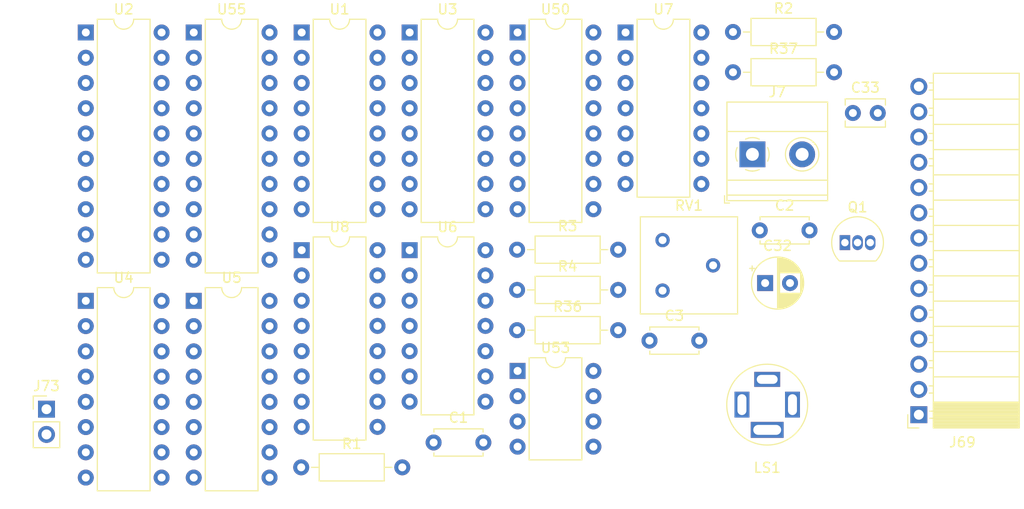
<source format=kicad_pcb>
(kicad_pcb (version 20171130) (host pcbnew "(5.1.10-1-10_14)")

  (general
    (thickness 1.6)
    (drawings 0)
    (tracks 0)
    (zones 0)
    (modules 28)
    (nets 89)
  )

  (page A4)
  (layers
    (0 F.Cu signal)
    (1 In1.Cu signal hide)
    (2 In2.Cu signal hide)
    (31 B.Cu signal)
    (32 B.Adhes user)
    (33 F.Adhes user)
    (34 B.Paste user)
    (35 F.Paste user)
    (36 B.SilkS user)
    (37 F.SilkS user)
    (38 B.Mask user)
    (39 F.Mask user)
    (40 Dwgs.User user)
    (41 Cmts.User user)
    (42 Eco1.User user)
    (43 Eco2.User user)
    (44 Edge.Cuts user)
    (45 Margin user)
    (46 B.CrtYd user)
    (47 F.CrtYd user)
    (48 B.Fab user)
    (49 F.Fab user)
  )

  (setup
    (last_trace_width 0.25)
    (user_trace_width 0.5)
    (user_trace_width 0.75)
    (user_trace_width 1)
    (trace_clearance 0.2)
    (zone_clearance 0.508)
    (zone_45_only no)
    (trace_min 0.2)
    (via_size 0.8)
    (via_drill 0.4)
    (via_min_size 0.4)
    (via_min_drill 0.3)
    (uvia_size 0.3)
    (uvia_drill 0.1)
    (uvias_allowed no)
    (uvia_min_size 0.2)
    (uvia_min_drill 0.1)
    (edge_width 0.05)
    (segment_width 0.2)
    (pcb_text_width 0.3)
    (pcb_text_size 1.5 1.5)
    (mod_edge_width 0.12)
    (mod_text_size 1 1)
    (mod_text_width 0.15)
    (pad_size 1.524 1.524)
    (pad_drill 0.762)
    (pad_to_mask_clearance 0)
    (aux_axis_origin 0 0)
    (visible_elements FFFFFF7F)
    (pcbplotparams
      (layerselection 0x010fc_ffffffff)
      (usegerberextensions false)
      (usegerberattributes true)
      (usegerberadvancedattributes true)
      (creategerberjobfile true)
      (excludeedgelayer true)
      (linewidth 0.100000)
      (plotframeref false)
      (viasonmask false)
      (mode 1)
      (useauxorigin false)
      (hpglpennumber 1)
      (hpglpenspeed 20)
      (hpglpendiameter 15.000000)
      (psnegative false)
      (psa4output false)
      (plotreference true)
      (plotvalue true)
      (plotinvisibletext false)
      (padsonsilk false)
      (subtractmaskfromsilk false)
      (outputformat 1)
      (mirror false)
      (drillshape 1)
      (scaleselection 1)
      (outputdirectory ""))
  )

  (net 0 "")
  (net 1 SQUARE_OUT)
  (net 2 "Net-(C1-Pad1)")
  (net 3 "Net-(C2-Pad2)")
  (net 4 GND)
  (net 5 "Net-(C3-Pad1)")
  (net 6 VCC)
  (net 7 "Net-(C33-Pad2)")
  (net 8 SPEAKER)
  (net 9 "Net-(J7-Pad1)")
  (net 10 BUS_00)
  (net 11 BUS_01)
  (net 12 BUS_02)
  (net 13 BUS_03)
  (net 14 BUS_04)
  (net 15 BUS_05)
  (net 16 BUS_06)
  (net 17 BUS_07)
  (net 18 VOICE_IN_01)
  (net 19 VOICE_IN_00)
  (net 20 OCTAVE_00)
  (net 21 OCTAVE_01)
  (net 22 SAWTOOTH_OUT)
  (net 23 "Net-(R36-Pad2)")
  (net 24 "Net-(RV1-Pad1)")
  (net 25 "Net-(U1-Pad15)")
  (net 26 "Net-(U1-Pad7)")
  (net 27 "Net-(U1-Pad6)")
  (net 28 "Net-(U1-Pad13)")
  (net 29 "Net-(U1-Pad5)")
  (net 30 "Net-(U1-Pad12)")
  (net 31 "Net-(U1-Pad3)")
  (net 32 "Net-(U1-Pad10)")
  (net 33 "Net-(U1-Pad2)")
  (net 34 "Net-(U1-Pad9)")
  (net 35 "Net-(U1-Pad1)")
  (net 36 "Net-(U2-Pad19)")
  (net 37 "Net-(U2-Pad9)")
  (net 38 "Net-(U2-Pad18)")
  (net 39 "Net-(U2-Pad8)")
  (net 40 "Net-(U2-Pad17)")
  (net 41 "Net-(U2-Pad7)")
  (net 42 "Net-(U2-Pad16)")
  (net 43 "Net-(U2-Pad6)")
  (net 44 "Net-(U2-Pad15)")
  (net 45 VOICE_00)
  (net 46 "Net-(U2-Pad14)")
  (net 47 "Net-(U2-Pad13)")
  (net 48 "Net-(U2-Pad12)")
  (net 49 VOICE_01)
  (net 50 "Net-(U3-Pad7)")
  (net 51 "Net-(U3-Pad6)")
  (net 52 "Net-(U3-Pad12)")
  (net 53 "Net-(U3-Pad4)")
  (net 54 "Net-(U3-Pad3)")
  (net 55 "Net-(U3-Pad2)")
  (net 56 "Net-(U4-Pad15)")
  (net 57 "Net-(U4-Pad7)")
  (net 58 "Net-(U4-Pad6)")
  (net 59 "Net-(U4-Pad12)")
  (net 60 "Net-(U4-Pad4)")
  (net 61 "Net-(U4-Pad3)")
  (net 62 "Net-(U4-Pad10)")
  (net 63 "Net-(U4-Pad2)")
  (net 64 "Net-(U4-Pad9)")
  (net 65 "Net-(U4-Pad1)")
  (net 66 "Net-(U5-Pad15)")
  (net 67 "Net-(U5-Pad7)")
  (net 68 "Net-(U5-Pad6)")
  (net 69 "Net-(U5-Pad12)")
  (net 70 "Net-(U5-Pad4)")
  (net 71 "Net-(U5-Pad3)")
  (net 72 "Net-(U5-Pad10)")
  (net 73 "Net-(U5-Pad2)")
  (net 74 "Net-(U5-Pad9)")
  (net 75 "Net-(U5-Pad1)")
  (net 76 "Net-(U50-Pad5)")
  (net 77 "Net-(U50-Pad4)")
  (net 78 "Net-(U50-Pad3)")
  (net 79 "Net-(U50-Pad2)")
  (net 80 "Net-(U50-Pad1)")
  (net 81 "Net-(U6-Pad4)")
  (net 82 "Net-(U6-Pad2)")
  (net 83 "Net-(U7-Pad6)")
  (net 84 "Net-(U7-Pad10)")
  (net 85 "Net-(U7-Pad9)")
  (net 86 SET_NOTE)
  (net 87 SET_META)
  (net 88 SOUND_CONTROL_3)

  (net_class Default "This is the default net class."
    (clearance 0.2)
    (trace_width 0.25)
    (via_dia 0.8)
    (via_drill 0.4)
    (uvia_dia 0.3)
    (uvia_drill 0.1)
    (add_net BUS_00)
    (add_net BUS_01)
    (add_net BUS_02)
    (add_net BUS_03)
    (add_net BUS_04)
    (add_net BUS_05)
    (add_net BUS_06)
    (add_net BUS_07)
    (add_net GND)
    (add_net "Net-(C1-Pad1)")
    (add_net "Net-(C2-Pad2)")
    (add_net "Net-(C3-Pad1)")
    (add_net "Net-(C33-Pad2)")
    (add_net "Net-(J7-Pad1)")
    (add_net "Net-(R36-Pad2)")
    (add_net "Net-(RV1-Pad1)")
    (add_net "Net-(U1-Pad1)")
    (add_net "Net-(U1-Pad10)")
    (add_net "Net-(U1-Pad12)")
    (add_net "Net-(U1-Pad13)")
    (add_net "Net-(U1-Pad15)")
    (add_net "Net-(U1-Pad2)")
    (add_net "Net-(U1-Pad3)")
    (add_net "Net-(U1-Pad5)")
    (add_net "Net-(U1-Pad6)")
    (add_net "Net-(U1-Pad7)")
    (add_net "Net-(U1-Pad9)")
    (add_net "Net-(U2-Pad12)")
    (add_net "Net-(U2-Pad13)")
    (add_net "Net-(U2-Pad14)")
    (add_net "Net-(U2-Pad15)")
    (add_net "Net-(U2-Pad16)")
    (add_net "Net-(U2-Pad17)")
    (add_net "Net-(U2-Pad18)")
    (add_net "Net-(U2-Pad19)")
    (add_net "Net-(U2-Pad6)")
    (add_net "Net-(U2-Pad7)")
    (add_net "Net-(U2-Pad8)")
    (add_net "Net-(U2-Pad9)")
    (add_net "Net-(U3-Pad12)")
    (add_net "Net-(U3-Pad2)")
    (add_net "Net-(U3-Pad3)")
    (add_net "Net-(U3-Pad4)")
    (add_net "Net-(U3-Pad6)")
    (add_net "Net-(U3-Pad7)")
    (add_net "Net-(U4-Pad1)")
    (add_net "Net-(U4-Pad10)")
    (add_net "Net-(U4-Pad12)")
    (add_net "Net-(U4-Pad15)")
    (add_net "Net-(U4-Pad2)")
    (add_net "Net-(U4-Pad3)")
    (add_net "Net-(U4-Pad4)")
    (add_net "Net-(U4-Pad6)")
    (add_net "Net-(U4-Pad7)")
    (add_net "Net-(U4-Pad9)")
    (add_net "Net-(U5-Pad1)")
    (add_net "Net-(U5-Pad10)")
    (add_net "Net-(U5-Pad12)")
    (add_net "Net-(U5-Pad15)")
    (add_net "Net-(U5-Pad2)")
    (add_net "Net-(U5-Pad3)")
    (add_net "Net-(U5-Pad4)")
    (add_net "Net-(U5-Pad6)")
    (add_net "Net-(U5-Pad7)")
    (add_net "Net-(U5-Pad9)")
    (add_net "Net-(U50-Pad1)")
    (add_net "Net-(U50-Pad2)")
    (add_net "Net-(U50-Pad3)")
    (add_net "Net-(U50-Pad4)")
    (add_net "Net-(U50-Pad5)")
    (add_net "Net-(U6-Pad2)")
    (add_net "Net-(U6-Pad4)")
    (add_net "Net-(U7-Pad10)")
    (add_net "Net-(U7-Pad6)")
    (add_net "Net-(U7-Pad9)")
    (add_net OCTAVE_00)
    (add_net OCTAVE_01)
    (add_net SAWTOOTH_OUT)
    (add_net SET_META)
    (add_net SET_NOTE)
    (add_net SOUND_CONTROL_3)
    (add_net SPEAKER)
    (add_net SQUARE_OUT)
    (add_net VCC)
    (add_net VOICE_00)
    (add_net VOICE_01)
    (add_net VOICE_IN_00)
    (add_net VOICE_IN_01)
  )

  (module Connector_PinSocket_2.54mm:PinSocket_1x14_P2.54mm_Horizontal (layer F.Cu) (tedit 5A19A425) (tstamp 61174756)
    (at 243.332 112.776 180)
    (descr "Through hole angled socket strip, 1x14, 2.54mm pitch, 8.51mm socket length, single row (from Kicad 4.0.7), script generated")
    (tags "Through hole angled socket strip THT 1x14 2.54mm single row")
    (path /61887C58)
    (fp_text reference J69 (at -4.38 -2.77) (layer F.SilkS)
      (effects (font (size 1 1) (thickness 0.15)))
    )
    (fp_text value Conn_01x14 (at -4.38 35.79) (layer F.Fab)
      (effects (font (size 1 1) (thickness 0.15)))
    )
    (fp_text user %R (at -5.775 16.51 90) (layer F.Fab)
      (effects (font (size 1 1) (thickness 0.15)))
    )
    (fp_line (start -10.03 -1.27) (end -2.49 -1.27) (layer F.Fab) (width 0.1))
    (fp_line (start -2.49 -1.27) (end -1.52 -0.3) (layer F.Fab) (width 0.1))
    (fp_line (start -1.52 -0.3) (end -1.52 34.29) (layer F.Fab) (width 0.1))
    (fp_line (start -1.52 34.29) (end -10.03 34.29) (layer F.Fab) (width 0.1))
    (fp_line (start -10.03 34.29) (end -10.03 -1.27) (layer F.Fab) (width 0.1))
    (fp_line (start 0 -0.3) (end -1.52 -0.3) (layer F.Fab) (width 0.1))
    (fp_line (start -1.52 0.3) (end 0 0.3) (layer F.Fab) (width 0.1))
    (fp_line (start 0 0.3) (end 0 -0.3) (layer F.Fab) (width 0.1))
    (fp_line (start 0 2.24) (end -1.52 2.24) (layer F.Fab) (width 0.1))
    (fp_line (start -1.52 2.84) (end 0 2.84) (layer F.Fab) (width 0.1))
    (fp_line (start 0 2.84) (end 0 2.24) (layer F.Fab) (width 0.1))
    (fp_line (start 0 4.78) (end -1.52 4.78) (layer F.Fab) (width 0.1))
    (fp_line (start -1.52 5.38) (end 0 5.38) (layer F.Fab) (width 0.1))
    (fp_line (start 0 5.38) (end 0 4.78) (layer F.Fab) (width 0.1))
    (fp_line (start 0 7.32) (end -1.52 7.32) (layer F.Fab) (width 0.1))
    (fp_line (start -1.52 7.92) (end 0 7.92) (layer F.Fab) (width 0.1))
    (fp_line (start 0 7.92) (end 0 7.32) (layer F.Fab) (width 0.1))
    (fp_line (start 0 9.86) (end -1.52 9.86) (layer F.Fab) (width 0.1))
    (fp_line (start -1.52 10.46) (end 0 10.46) (layer F.Fab) (width 0.1))
    (fp_line (start 0 10.46) (end 0 9.86) (layer F.Fab) (width 0.1))
    (fp_line (start 0 12.4) (end -1.52 12.4) (layer F.Fab) (width 0.1))
    (fp_line (start -1.52 13) (end 0 13) (layer F.Fab) (width 0.1))
    (fp_line (start 0 13) (end 0 12.4) (layer F.Fab) (width 0.1))
    (fp_line (start 0 14.94) (end -1.52 14.94) (layer F.Fab) (width 0.1))
    (fp_line (start -1.52 15.54) (end 0 15.54) (layer F.Fab) (width 0.1))
    (fp_line (start 0 15.54) (end 0 14.94) (layer F.Fab) (width 0.1))
    (fp_line (start 0 17.48) (end -1.52 17.48) (layer F.Fab) (width 0.1))
    (fp_line (start -1.52 18.08) (end 0 18.08) (layer F.Fab) (width 0.1))
    (fp_line (start 0 18.08) (end 0 17.48) (layer F.Fab) (width 0.1))
    (fp_line (start 0 20.02) (end -1.52 20.02) (layer F.Fab) (width 0.1))
    (fp_line (start -1.52 20.62) (end 0 20.62) (layer F.Fab) (width 0.1))
    (fp_line (start 0 20.62) (end 0 20.02) (layer F.Fab) (width 0.1))
    (fp_line (start 0 22.56) (end -1.52 22.56) (layer F.Fab) (width 0.1))
    (fp_line (start -1.52 23.16) (end 0 23.16) (layer F.Fab) (width 0.1))
    (fp_line (start 0 23.16) (end 0 22.56) (layer F.Fab) (width 0.1))
    (fp_line (start 0 25.1) (end -1.52 25.1) (layer F.Fab) (width 0.1))
    (fp_line (start -1.52 25.7) (end 0 25.7) (layer F.Fab) (width 0.1))
    (fp_line (start 0 25.7) (end 0 25.1) (layer F.Fab) (width 0.1))
    (fp_line (start 0 27.64) (end -1.52 27.64) (layer F.Fab) (width 0.1))
    (fp_line (start -1.52 28.24) (end 0 28.24) (layer F.Fab) (width 0.1))
    (fp_line (start 0 28.24) (end 0 27.64) (layer F.Fab) (width 0.1))
    (fp_line (start 0 30.18) (end -1.52 30.18) (layer F.Fab) (width 0.1))
    (fp_line (start -1.52 30.78) (end 0 30.78) (layer F.Fab) (width 0.1))
    (fp_line (start 0 30.78) (end 0 30.18) (layer F.Fab) (width 0.1))
    (fp_line (start 0 32.72) (end -1.52 32.72) (layer F.Fab) (width 0.1))
    (fp_line (start -1.52 33.32) (end 0 33.32) (layer F.Fab) (width 0.1))
    (fp_line (start 0 33.32) (end 0 32.72) (layer F.Fab) (width 0.1))
    (fp_line (start -10.09 -1.21) (end -1.46 -1.21) (layer F.SilkS) (width 0.12))
    (fp_line (start -10.09 -1.091905) (end -1.46 -1.091905) (layer F.SilkS) (width 0.12))
    (fp_line (start -10.09 -0.97381) (end -1.46 -0.97381) (layer F.SilkS) (width 0.12))
    (fp_line (start -10.09 -0.855715) (end -1.46 -0.855715) (layer F.SilkS) (width 0.12))
    (fp_line (start -10.09 -0.73762) (end -1.46 -0.73762) (layer F.SilkS) (width 0.12))
    (fp_line (start -10.09 -0.619525) (end -1.46 -0.619525) (layer F.SilkS) (width 0.12))
    (fp_line (start -10.09 -0.50143) (end -1.46 -0.50143) (layer F.SilkS) (width 0.12))
    (fp_line (start -10.09 -0.383335) (end -1.46 -0.383335) (layer F.SilkS) (width 0.12))
    (fp_line (start -10.09 -0.26524) (end -1.46 -0.26524) (layer F.SilkS) (width 0.12))
    (fp_line (start -10.09 -0.147145) (end -1.46 -0.147145) (layer F.SilkS) (width 0.12))
    (fp_line (start -10.09 -0.02905) (end -1.46 -0.02905) (layer F.SilkS) (width 0.12))
    (fp_line (start -10.09 0.089045) (end -1.46 0.089045) (layer F.SilkS) (width 0.12))
    (fp_line (start -10.09 0.20714) (end -1.46 0.20714) (layer F.SilkS) (width 0.12))
    (fp_line (start -10.09 0.325235) (end -1.46 0.325235) (layer F.SilkS) (width 0.12))
    (fp_line (start -10.09 0.44333) (end -1.46 0.44333) (layer F.SilkS) (width 0.12))
    (fp_line (start -10.09 0.561425) (end -1.46 0.561425) (layer F.SilkS) (width 0.12))
    (fp_line (start -10.09 0.67952) (end -1.46 0.67952) (layer F.SilkS) (width 0.12))
    (fp_line (start -10.09 0.797615) (end -1.46 0.797615) (layer F.SilkS) (width 0.12))
    (fp_line (start -10.09 0.91571) (end -1.46 0.91571) (layer F.SilkS) (width 0.12))
    (fp_line (start -10.09 1.033805) (end -1.46 1.033805) (layer F.SilkS) (width 0.12))
    (fp_line (start -10.09 1.1519) (end -1.46 1.1519) (layer F.SilkS) (width 0.12))
    (fp_line (start -1.46 -0.36) (end -1.11 -0.36) (layer F.SilkS) (width 0.12))
    (fp_line (start -1.46 0.36) (end -1.11 0.36) (layer F.SilkS) (width 0.12))
    (fp_line (start -1.46 2.18) (end -1.05 2.18) (layer F.SilkS) (width 0.12))
    (fp_line (start -1.46 2.9) (end -1.05 2.9) (layer F.SilkS) (width 0.12))
    (fp_line (start -1.46 4.72) (end -1.05 4.72) (layer F.SilkS) (width 0.12))
    (fp_line (start -1.46 5.44) (end -1.05 5.44) (layer F.SilkS) (width 0.12))
    (fp_line (start -1.46 7.26) (end -1.05 7.26) (layer F.SilkS) (width 0.12))
    (fp_line (start -1.46 7.98) (end -1.05 7.98) (layer F.SilkS) (width 0.12))
    (fp_line (start -1.46 9.8) (end -1.05 9.8) (layer F.SilkS) (width 0.12))
    (fp_line (start -1.46 10.52) (end -1.05 10.52) (layer F.SilkS) (width 0.12))
    (fp_line (start -1.46 12.34) (end -1.05 12.34) (layer F.SilkS) (width 0.12))
    (fp_line (start -1.46 13.06) (end -1.05 13.06) (layer F.SilkS) (width 0.12))
    (fp_line (start -1.46 14.88) (end -1.05 14.88) (layer F.SilkS) (width 0.12))
    (fp_line (start -1.46 15.6) (end -1.05 15.6) (layer F.SilkS) (width 0.12))
    (fp_line (start -1.46 17.42) (end -1.05 17.42) (layer F.SilkS) (width 0.12))
    (fp_line (start -1.46 18.14) (end -1.05 18.14) (layer F.SilkS) (width 0.12))
    (fp_line (start -1.46 19.96) (end -1.05 19.96) (layer F.SilkS) (width 0.12))
    (fp_line (start -1.46 20.68) (end -1.05 20.68) (layer F.SilkS) (width 0.12))
    (fp_line (start -1.46 22.5) (end -1.05 22.5) (layer F.SilkS) (width 0.12))
    (fp_line (start -1.46 23.22) (end -1.05 23.22) (layer F.SilkS) (width 0.12))
    (fp_line (start -1.46 25.04) (end -1.05 25.04) (layer F.SilkS) (width 0.12))
    (fp_line (start -1.46 25.76) (end -1.05 25.76) (layer F.SilkS) (width 0.12))
    (fp_line (start -1.46 27.58) (end -1.05 27.58) (layer F.SilkS) (width 0.12))
    (fp_line (start -1.46 28.3) (end -1.05 28.3) (layer F.SilkS) (width 0.12))
    (fp_line (start -1.46 30.12) (end -1.05 30.12) (layer F.SilkS) (width 0.12))
    (fp_line (start -1.46 30.84) (end -1.05 30.84) (layer F.SilkS) (width 0.12))
    (fp_line (start -1.46 32.66) (end -1.05 32.66) (layer F.SilkS) (width 0.12))
    (fp_line (start -1.46 33.38) (end -1.05 33.38) (layer F.SilkS) (width 0.12))
    (fp_line (start -10.09 1.27) (end -1.46 1.27) (layer F.SilkS) (width 0.12))
    (fp_line (start -10.09 3.81) (end -1.46 3.81) (layer F.SilkS) (width 0.12))
    (fp_line (start -10.09 6.35) (end -1.46 6.35) (layer F.SilkS) (width 0.12))
    (fp_line (start -10.09 8.89) (end -1.46 8.89) (layer F.SilkS) (width 0.12))
    (fp_line (start -10.09 11.43) (end -1.46 11.43) (layer F.SilkS) (width 0.12))
    (fp_line (start -10.09 13.97) (end -1.46 13.97) (layer F.SilkS) (width 0.12))
    (fp_line (start -10.09 16.51) (end -1.46 16.51) (layer F.SilkS) (width 0.12))
    (fp_line (start -10.09 19.05) (end -1.46 19.05) (layer F.SilkS) (width 0.12))
    (fp_line (start -10.09 21.59) (end -1.46 21.59) (layer F.SilkS) (width 0.12))
    (fp_line (start -10.09 24.13) (end -1.46 24.13) (layer F.SilkS) (width 0.12))
    (fp_line (start -10.09 26.67) (end -1.46 26.67) (layer F.SilkS) (width 0.12))
    (fp_line (start -10.09 29.21) (end -1.46 29.21) (layer F.SilkS) (width 0.12))
    (fp_line (start -10.09 31.75) (end -1.46 31.75) (layer F.SilkS) (width 0.12))
    (fp_line (start -10.09 -1.33) (end -1.46 -1.33) (layer F.SilkS) (width 0.12))
    (fp_line (start -1.46 -1.33) (end -1.46 34.35) (layer F.SilkS) (width 0.12))
    (fp_line (start -10.09 34.35) (end -1.46 34.35) (layer F.SilkS) (width 0.12))
    (fp_line (start -10.09 -1.33) (end -10.09 34.35) (layer F.SilkS) (width 0.12))
    (fp_line (start 1.11 -1.33) (end 1.11 0) (layer F.SilkS) (width 0.12))
    (fp_line (start 0 -1.33) (end 1.11 -1.33) (layer F.SilkS) (width 0.12))
    (fp_line (start 1.75 -1.75) (end -10.55 -1.75) (layer F.CrtYd) (width 0.05))
    (fp_line (start -10.55 -1.75) (end -10.55 34.85) (layer F.CrtYd) (width 0.05))
    (fp_line (start -10.55 34.85) (end 1.75 34.85) (layer F.CrtYd) (width 0.05))
    (fp_line (start 1.75 34.85) (end 1.75 -1.75) (layer F.CrtYd) (width 0.05))
    (pad 14 thru_hole oval (at 0 33.02 180) (size 1.7 1.7) (drill 1) (layers *.Cu *.Mask)
      (net 4 GND))
    (pad 13 thru_hole oval (at 0 30.48 180) (size 1.7 1.7) (drill 1) (layers *.Cu *.Mask)
      (net 6 VCC))
    (pad 12 thru_hole oval (at 0 27.94 180) (size 1.7 1.7) (drill 1) (layers *.Cu *.Mask)
      (net 17 BUS_07))
    (pad 11 thru_hole oval (at 0 25.4 180) (size 1.7 1.7) (drill 1) (layers *.Cu *.Mask)
      (net 16 BUS_06))
    (pad 10 thru_hole oval (at 0 22.86 180) (size 1.7 1.7) (drill 1) (layers *.Cu *.Mask)
      (net 15 BUS_05))
    (pad 9 thru_hole oval (at 0 20.32 180) (size 1.7 1.7) (drill 1) (layers *.Cu *.Mask)
      (net 14 BUS_04))
    (pad 8 thru_hole oval (at 0 17.78 180) (size 1.7 1.7) (drill 1) (layers *.Cu *.Mask)
      (net 13 BUS_03))
    (pad 7 thru_hole oval (at 0 15.24 180) (size 1.7 1.7) (drill 1) (layers *.Cu *.Mask)
      (net 12 BUS_02))
    (pad 6 thru_hole oval (at 0 12.7 180) (size 1.7 1.7) (drill 1) (layers *.Cu *.Mask)
      (net 11 BUS_01))
    (pad 5 thru_hole oval (at 0 10.16 180) (size 1.7 1.7) (drill 1) (layers *.Cu *.Mask)
      (net 10 BUS_00))
    (pad 4 thru_hole oval (at 0 7.62 180) (size 1.7 1.7) (drill 1) (layers *.Cu *.Mask)
      (net 86 SET_NOTE))
    (pad 3 thru_hole oval (at 0 5.08 180) (size 1.7 1.7) (drill 1) (layers *.Cu *.Mask)
      (net 87 SET_META))
    (pad 2 thru_hole oval (at 0 2.54 180) (size 1.7 1.7) (drill 1) (layers *.Cu *.Mask)
      (net 88 SOUND_CONTROL_3))
    (pad 1 thru_hole rect (at 0 0 180) (size 1.7 1.7) (drill 1) (layers *.Cu *.Mask)
      (net 8 SPEAKER))
    (model ${KISYS3DMOD}/Connector_PinSocket_2.54mm.3dshapes/PinSocket_1x14_P2.54mm_Horizontal.wrl
      (at (xyz 0 0 0))
      (scale (xyz 1 1 1))
      (rotate (xyz 0 0 0))
    )
  )

  (module Connector_Audio:3.5mm_Audio_Jack-STEPHEN (layer F.Cu) (tedit 6101418F) (tstamp 61175671)
    (at 228.092 111.76)
    (descr https://www.jameco.com/Jameco/Products/ProdDS/2201607.pdf)
    (path /60A35542)
    (fp_text reference LS1 (at 0 6.35) (layer F.SilkS)
      (effects (font (size 1 1) (thickness 0.15)))
    )
    (fp_text value Speaker (at 0 -6.985) (layer F.Fab)
      (effects (font (size 1 1) (thickness 0.15)))
    )
    (fp_circle (center 0 0) (end 2.54 3.175) (layer F.SilkS) (width 0.12))
    (fp_circle (center 0 0) (end 2.54 4.445) (layer F.CrtYd) (width 0.12))
    (pad S thru_hole rect (at 0 -2.54 90) (size 1.5 2.6) (drill oval 0.9 2.1) (layers *.Cu *.Mask)
      (net 8 SPEAKER))
    (pad R2 thru_hole rect (at 0 2.54 90) (size 1.6 3.3) (drill oval 1 2.8) (layers *.Cu *.Mask)
      (net 9 "Net-(J7-Pad1)"))
    (pad T thru_hole rect (at -2.54 0 180) (size 1.5 2.6) (drill oval 0.9 2.1) (layers *.Cu *.Mask)
      (net 8 SPEAKER))
    (pad R1 thru_hole rect (at 2.54 0 180) (size 1.5 2.6) (drill oval 0.9 2.1) (layers *.Cu *.Mask)
      (net 9 "Net-(J7-Pad1)"))
    (model /Users/stephenyoung/Documents/8-bit-computer/KICAD_LIBRARIES/8-bit-diy-computer.pretty/3.5mm_Audio_Jack_PJ31640M.kicad_mod.step
      (at (xyz 0 0 0))
      (scale (xyz 1 1 1))
      (rotate (xyz 165 15 0))
    )
    (model /Users/stephenyoung/KiCad/8-bit-computer/Libraries/kicad-libraries/8-bit-diy-computer.pretty/3.5mm_Audio_Jack_PJ31640M.kicad_mod.step
      (at (xyz 0 0 0))
      (scale (xyz 1 1 1))
      (rotate (xyz -90 0 0))
    )
  )

  (module Package_DIP:DIP-20_W7.62mm (layer F.Cu) (tedit 5A02E8C5) (tstamp 611749A7)
    (at 170.454 74.32)
    (descr "20-lead though-hole mounted DIP package, row spacing 7.62 mm (300 mils)")
    (tags "THT DIP DIL PDIP 2.54mm 7.62mm 300mil")
    (path /61AB1A8F)
    (fp_text reference U55 (at 3.81 -2.33) (layer F.SilkS)
      (effects (font (size 1 1) (thickness 0.15)))
    )
    (fp_text value 74LS273 (at 3.81 25.19) (layer F.Fab)
      (effects (font (size 1 1) (thickness 0.15)))
    )
    (fp_line (start 8.7 -1.55) (end -1.1 -1.55) (layer F.CrtYd) (width 0.05))
    (fp_line (start 8.7 24.4) (end 8.7 -1.55) (layer F.CrtYd) (width 0.05))
    (fp_line (start -1.1 24.4) (end 8.7 24.4) (layer F.CrtYd) (width 0.05))
    (fp_line (start -1.1 -1.55) (end -1.1 24.4) (layer F.CrtYd) (width 0.05))
    (fp_line (start 6.46 -1.33) (end 4.81 -1.33) (layer F.SilkS) (width 0.12))
    (fp_line (start 6.46 24.19) (end 6.46 -1.33) (layer F.SilkS) (width 0.12))
    (fp_line (start 1.16 24.19) (end 6.46 24.19) (layer F.SilkS) (width 0.12))
    (fp_line (start 1.16 -1.33) (end 1.16 24.19) (layer F.SilkS) (width 0.12))
    (fp_line (start 2.81 -1.33) (end 1.16 -1.33) (layer F.SilkS) (width 0.12))
    (fp_line (start 0.635 -0.27) (end 1.635 -1.27) (layer F.Fab) (width 0.1))
    (fp_line (start 0.635 24.13) (end 0.635 -0.27) (layer F.Fab) (width 0.1))
    (fp_line (start 6.985 24.13) (end 0.635 24.13) (layer F.Fab) (width 0.1))
    (fp_line (start 6.985 -1.27) (end 6.985 24.13) (layer F.Fab) (width 0.1))
    (fp_line (start 1.635 -1.27) (end 6.985 -1.27) (layer F.Fab) (width 0.1))
    (fp_text user %R (at 3.81 11.43) (layer F.Fab)
      (effects (font (size 1 1) (thickness 0.15)))
    )
    (fp_arc (start 3.81 -1.33) (end 2.81 -1.33) (angle -180) (layer F.SilkS) (width 0.12))
    (pad 20 thru_hole oval (at 7.62 0) (size 1.6 1.6) (drill 0.8) (layers *.Cu *.Mask)
      (net 6 VCC))
    (pad 10 thru_hole oval (at 0 22.86) (size 1.6 1.6) (drill 0.8) (layers *.Cu *.Mask)
      (net 4 GND))
    (pad 19 thru_hole oval (at 7.62 2.54) (size 1.6 1.6) (drill 0.8) (layers *.Cu *.Mask)
      (net 64 "Net-(U4-Pad9)"))
    (pad 9 thru_hole oval (at 0 20.32) (size 1.6 1.6) (drill 0.8) (layers *.Cu *.Mask)
      (net 74 "Net-(U5-Pad9)"))
    (pad 18 thru_hole oval (at 7.62 5.08) (size 1.6 1.6) (drill 0.8) (layers *.Cu *.Mask)
      (net 17 BUS_07))
    (pad 8 thru_hole oval (at 0 17.78) (size 1.6 1.6) (drill 0.8) (layers *.Cu *.Mask)
      (net 13 BUS_03))
    (pad 17 thru_hole oval (at 7.62 7.62) (size 1.6 1.6) (drill 0.8) (layers *.Cu *.Mask)
      (net 16 BUS_06))
    (pad 7 thru_hole oval (at 0 15.24) (size 1.6 1.6) (drill 0.8) (layers *.Cu *.Mask)
      (net 12 BUS_02))
    (pad 16 thru_hole oval (at 7.62 10.16) (size 1.6 1.6) (drill 0.8) (layers *.Cu *.Mask)
      (net 62 "Net-(U4-Pad10)"))
    (pad 6 thru_hole oval (at 0 12.7) (size 1.6 1.6) (drill 0.8) (layers *.Cu *.Mask)
      (net 72 "Net-(U5-Pad10)"))
    (pad 15 thru_hole oval (at 7.62 12.7) (size 1.6 1.6) (drill 0.8) (layers *.Cu *.Mask)
      (net 65 "Net-(U4-Pad1)"))
    (pad 5 thru_hole oval (at 0 10.16) (size 1.6 1.6) (drill 0.8) (layers *.Cu *.Mask)
      (net 75 "Net-(U5-Pad1)"))
    (pad 14 thru_hole oval (at 7.62 15.24) (size 1.6 1.6) (drill 0.8) (layers *.Cu *.Mask)
      (net 15 BUS_05))
    (pad 4 thru_hole oval (at 0 7.62) (size 1.6 1.6) (drill 0.8) (layers *.Cu *.Mask)
      (net 11 BUS_01))
    (pad 13 thru_hole oval (at 7.62 17.78) (size 1.6 1.6) (drill 0.8) (layers *.Cu *.Mask)
      (net 14 BUS_04))
    (pad 3 thru_hole oval (at 0 5.08) (size 1.6 1.6) (drill 0.8) (layers *.Cu *.Mask)
      (net 10 BUS_00))
    (pad 12 thru_hole oval (at 7.62 20.32) (size 1.6 1.6) (drill 0.8) (layers *.Cu *.Mask)
      (net 56 "Net-(U4-Pad15)"))
    (pad 2 thru_hole oval (at 0 2.54) (size 1.6 1.6) (drill 0.8) (layers *.Cu *.Mask)
      (net 66 "Net-(U5-Pad15)"))
    (pad 11 thru_hole oval (at 7.62 22.86) (size 1.6 1.6) (drill 0.8) (layers *.Cu *.Mask)
      (net 86 SET_NOTE))
    (pad 1 thru_hole rect (at 0 0) (size 1.6 1.6) (drill 0.8) (layers *.Cu *.Mask)
      (net 6 VCC))
    (model ${KISYS3DMOD}/Package_DIP.3dshapes/DIP-20_W7.62mm.wrl
      (at (xyz 0 0 0))
      (scale (xyz 1 1 1))
      (rotate (xyz 0 0 0))
    )
  )

  (module Package_DIP:DIP-8_W7.62mm (layer F.Cu) (tedit 5A02E8C5) (tstamp 6117497F)
    (at 203.004 108.37)
    (descr "8-lead though-hole mounted DIP package, row spacing 7.62 mm (300 mils)")
    (tags "THT DIP DIL PDIP 2.54mm 7.62mm 300mil")
    (path /61D00960)
    (fp_text reference U53 (at 3.81 -2.33) (layer F.SilkS)
      (effects (font (size 1 1) (thickness 0.15)))
    )
    (fp_text value LM555xN (at 3.81 9.95) (layer F.Fab)
      (effects (font (size 1 1) (thickness 0.15)))
    )
    (fp_line (start 8.7 -1.55) (end -1.1 -1.55) (layer F.CrtYd) (width 0.05))
    (fp_line (start 8.7 9.15) (end 8.7 -1.55) (layer F.CrtYd) (width 0.05))
    (fp_line (start -1.1 9.15) (end 8.7 9.15) (layer F.CrtYd) (width 0.05))
    (fp_line (start -1.1 -1.55) (end -1.1 9.15) (layer F.CrtYd) (width 0.05))
    (fp_line (start 6.46 -1.33) (end 4.81 -1.33) (layer F.SilkS) (width 0.12))
    (fp_line (start 6.46 8.95) (end 6.46 -1.33) (layer F.SilkS) (width 0.12))
    (fp_line (start 1.16 8.95) (end 6.46 8.95) (layer F.SilkS) (width 0.12))
    (fp_line (start 1.16 -1.33) (end 1.16 8.95) (layer F.SilkS) (width 0.12))
    (fp_line (start 2.81 -1.33) (end 1.16 -1.33) (layer F.SilkS) (width 0.12))
    (fp_line (start 0.635 -0.27) (end 1.635 -1.27) (layer F.Fab) (width 0.1))
    (fp_line (start 0.635 8.89) (end 0.635 -0.27) (layer F.Fab) (width 0.1))
    (fp_line (start 6.985 8.89) (end 0.635 8.89) (layer F.Fab) (width 0.1))
    (fp_line (start 6.985 -1.27) (end 6.985 8.89) (layer F.Fab) (width 0.1))
    (fp_line (start 1.635 -1.27) (end 6.985 -1.27) (layer F.Fab) (width 0.1))
    (fp_text user %R (at 3.81 3.81) (layer F.Fab)
      (effects (font (size 1 1) (thickness 0.15)))
    )
    (fp_arc (start 3.81 -1.33) (end 2.81 -1.33) (angle -180) (layer F.SilkS) (width 0.12))
    (pad 8 thru_hole oval (at 7.62 0) (size 1.6 1.6) (drill 0.8) (layers *.Cu *.Mask)
      (net 6 VCC))
    (pad 4 thru_hole oval (at 0 7.62) (size 1.6 1.6) (drill 0.8) (layers *.Cu *.Mask)
      (net 6 VCC))
    (pad 7 thru_hole oval (at 7.62 2.54) (size 1.6 1.6) (drill 0.8) (layers *.Cu *.Mask)
      (net 23 "Net-(R36-Pad2)"))
    (pad 3 thru_hole oval (at 0 5.08) (size 1.6 1.6) (drill 0.8) (layers *.Cu *.Mask)
      (net 70 "Net-(U5-Pad4)"))
    (pad 6 thru_hole oval (at 7.62 5.08) (size 1.6 1.6) (drill 0.8) (layers *.Cu *.Mask)
      (net 7 "Net-(C33-Pad2)"))
    (pad 2 thru_hole oval (at 0 2.54) (size 1.6 1.6) (drill 0.8) (layers *.Cu *.Mask)
      (net 7 "Net-(C33-Pad2)"))
    (pad 5 thru_hole oval (at 7.62 7.62) (size 1.6 1.6) (drill 0.8) (layers *.Cu *.Mask)
      (net 6 VCC))
    (pad 1 thru_hole rect (at 0 0) (size 1.6 1.6) (drill 0.8) (layers *.Cu *.Mask)
      (net 4 GND))
    (model ${KISYS3DMOD}/Package_DIP.3dshapes/DIP-8_W7.62mm.wrl
      (at (xyz 0 0 0))
      (scale (xyz 1 1 1))
      (rotate (xyz 0 0 0))
    )
  )

  (module Package_DIP:DIP-16_W7.62mm (layer F.Cu) (tedit 5A02E8C5) (tstamp 61174963)
    (at 203.004 74.32)
    (descr "16-lead though-hole mounted DIP package, row spacing 7.62 mm (300 mils)")
    (tags "THT DIP DIL PDIP 2.54mm 7.62mm 300mil")
    (path /61E57DDB)
    (fp_text reference U50 (at 3.81 -2.33) (layer F.SilkS)
      (effects (font (size 1 1) (thickness 0.15)))
    )
    (fp_text value CD4052B (at 3.81 20.11) (layer F.Fab)
      (effects (font (size 1 1) (thickness 0.15)))
    )
    (fp_line (start 8.7 -1.55) (end -1.1 -1.55) (layer F.CrtYd) (width 0.05))
    (fp_line (start 8.7 19.3) (end 8.7 -1.55) (layer F.CrtYd) (width 0.05))
    (fp_line (start -1.1 19.3) (end 8.7 19.3) (layer F.CrtYd) (width 0.05))
    (fp_line (start -1.1 -1.55) (end -1.1 19.3) (layer F.CrtYd) (width 0.05))
    (fp_line (start 6.46 -1.33) (end 4.81 -1.33) (layer F.SilkS) (width 0.12))
    (fp_line (start 6.46 19.11) (end 6.46 -1.33) (layer F.SilkS) (width 0.12))
    (fp_line (start 1.16 19.11) (end 6.46 19.11) (layer F.SilkS) (width 0.12))
    (fp_line (start 1.16 -1.33) (end 1.16 19.11) (layer F.SilkS) (width 0.12))
    (fp_line (start 2.81 -1.33) (end 1.16 -1.33) (layer F.SilkS) (width 0.12))
    (fp_line (start 0.635 -0.27) (end 1.635 -1.27) (layer F.Fab) (width 0.1))
    (fp_line (start 0.635 19.05) (end 0.635 -0.27) (layer F.Fab) (width 0.1))
    (fp_line (start 6.985 19.05) (end 0.635 19.05) (layer F.Fab) (width 0.1))
    (fp_line (start 6.985 -1.27) (end 6.985 19.05) (layer F.Fab) (width 0.1))
    (fp_line (start 1.635 -1.27) (end 6.985 -1.27) (layer F.Fab) (width 0.1))
    (fp_text user %R (at 3.81 8.89) (layer F.Fab)
      (effects (font (size 1 1) (thickness 0.15)))
    )
    (fp_arc (start 3.81 -1.33) (end 2.81 -1.33) (angle -180) (layer F.SilkS) (width 0.12))
    (pad 16 thru_hole oval (at 7.62 0) (size 1.6 1.6) (drill 0.8) (layers *.Cu *.Mask)
      (net 6 VCC))
    (pad 8 thru_hole oval (at 0 17.78) (size 1.6 1.6) (drill 0.8) (layers *.Cu *.Mask)
      (net 4 GND))
    (pad 15 thru_hole oval (at 7.62 2.54) (size 1.6 1.6) (drill 0.8) (layers *.Cu *.Mask)
      (net 33 "Net-(U1-Pad2)"))
    (pad 7 thru_hole oval (at 0 15.24) (size 1.6 1.6) (drill 0.8) (layers *.Cu *.Mask)
      (net 4 GND))
    (pad 14 thru_hole oval (at 7.62 5.08) (size 1.6 1.6) (drill 0.8) (layers *.Cu *.Mask)
      (net 27 "Net-(U1-Pad6)"))
    (pad 6 thru_hole oval (at 0 12.7) (size 1.6 1.6) (drill 0.8) (layers *.Cu *.Mask)
      (net 4 GND))
    (pad 13 thru_hole oval (at 7.62 7.62) (size 1.6 1.6) (drill 0.8) (layers *.Cu *.Mask)
      (net 1 SQUARE_OUT))
    (pad 5 thru_hole oval (at 0 10.16) (size 1.6 1.6) (drill 0.8) (layers *.Cu *.Mask)
      (net 76 "Net-(U50-Pad5)"))
    (pad 12 thru_hole oval (at 7.62 10.16) (size 1.6 1.6) (drill 0.8) (layers *.Cu *.Mask)
      (net 26 "Net-(U1-Pad7)"))
    (pad 4 thru_hole oval (at 0 7.62) (size 1.6 1.6) (drill 0.8) (layers *.Cu *.Mask)
      (net 77 "Net-(U50-Pad4)"))
    (pad 11 thru_hole oval (at 7.62 12.7) (size 1.6 1.6) (drill 0.8) (layers *.Cu *.Mask)
      (net 31 "Net-(U1-Pad3)"))
    (pad 3 thru_hole oval (at 0 5.08) (size 1.6 1.6) (drill 0.8) (layers *.Cu *.Mask)
      (net 78 "Net-(U50-Pad3)"))
    (pad 10 thru_hole oval (at 7.62 15.24) (size 1.6 1.6) (drill 0.8) (layers *.Cu *.Mask)
      (net 20 OCTAVE_00))
    (pad 2 thru_hole oval (at 0 2.54) (size 1.6 1.6) (drill 0.8) (layers *.Cu *.Mask)
      (net 79 "Net-(U50-Pad2)"))
    (pad 9 thru_hole oval (at 7.62 17.78) (size 1.6 1.6) (drill 0.8) (layers *.Cu *.Mask)
      (net 21 OCTAVE_01))
    (pad 1 thru_hole rect (at 0 0) (size 1.6 1.6) (drill 0.8) (layers *.Cu *.Mask)
      (net 80 "Net-(U50-Pad1)"))
    (model ${KISYS3DMOD}/Package_DIP.3dshapes/DIP-16_W7.62mm.wrl
      (at (xyz 0 0 0))
      (scale (xyz 1 1 1))
      (rotate (xyz 0 0 0))
    )
  )

  (module Package_DIP:DIP-16_W7.62mm (layer F.Cu) (tedit 5A02E8C5) (tstamp 6117493F)
    (at 181.304 96.22)
    (descr "16-lead though-hole mounted DIP package, row spacing 7.62 mm (300 mils)")
    (tags "THT DIP DIL PDIP 2.54mm 7.62mm 300mil")
    (path /60F056CC)
    (fp_text reference U8 (at 3.81 -2.33) (layer F.SilkS)
      (effects (font (size 1 1) (thickness 0.15)))
    )
    (fp_text value 4072 (at 3.81 20.11) (layer F.Fab)
      (effects (font (size 1 1) (thickness 0.15)))
    )
    (fp_line (start 8.7 -1.55) (end -1.1 -1.55) (layer F.CrtYd) (width 0.05))
    (fp_line (start 8.7 19.3) (end 8.7 -1.55) (layer F.CrtYd) (width 0.05))
    (fp_line (start -1.1 19.3) (end 8.7 19.3) (layer F.CrtYd) (width 0.05))
    (fp_line (start -1.1 -1.55) (end -1.1 19.3) (layer F.CrtYd) (width 0.05))
    (fp_line (start 6.46 -1.33) (end 4.81 -1.33) (layer F.SilkS) (width 0.12))
    (fp_line (start 6.46 19.11) (end 6.46 -1.33) (layer F.SilkS) (width 0.12))
    (fp_line (start 1.16 19.11) (end 6.46 19.11) (layer F.SilkS) (width 0.12))
    (fp_line (start 1.16 -1.33) (end 1.16 19.11) (layer F.SilkS) (width 0.12))
    (fp_line (start 2.81 -1.33) (end 1.16 -1.33) (layer F.SilkS) (width 0.12))
    (fp_line (start 0.635 -0.27) (end 1.635 -1.27) (layer F.Fab) (width 0.1))
    (fp_line (start 0.635 19.05) (end 0.635 -0.27) (layer F.Fab) (width 0.1))
    (fp_line (start 6.985 19.05) (end 0.635 19.05) (layer F.Fab) (width 0.1))
    (fp_line (start 6.985 -1.27) (end 6.985 19.05) (layer F.Fab) (width 0.1))
    (fp_line (start 1.635 -1.27) (end 6.985 -1.27) (layer F.Fab) (width 0.1))
    (fp_text user %R (at 3.81 8.89) (layer F.Fab)
      (effects (font (size 1 1) (thickness 0.15)))
    )
    (fp_arc (start 3.81 -1.33) (end 2.81 -1.33) (angle -180) (layer F.SilkS) (width 0.12))
    (pad 16 thru_hole oval (at 7.62 0) (size 1.6 1.6) (drill 0.8) (layers *.Cu *.Mask))
    (pad 8 thru_hole oval (at 0 17.78) (size 1.6 1.6) (drill 0.8) (layers *.Cu *.Mask))
    (pad 15 thru_hole oval (at 7.62 2.54) (size 1.6 1.6) (drill 0.8) (layers *.Cu *.Mask))
    (pad 7 thru_hole oval (at 0 15.24) (size 1.6 1.6) (drill 0.8) (layers *.Cu *.Mask)
      (net 4 GND))
    (pad 14 thru_hole oval (at 7.62 5.08) (size 1.6 1.6) (drill 0.8) (layers *.Cu *.Mask)
      (net 6 VCC))
    (pad 6 thru_hole oval (at 0 12.7) (size 1.6 1.6) (drill 0.8) (layers *.Cu *.Mask))
    (pad 13 thru_hole oval (at 7.62 7.62) (size 1.6 1.6) (drill 0.8) (layers *.Cu *.Mask))
    (pad 5 thru_hole oval (at 0 10.16) (size 1.6 1.6) (drill 0.8) (layers *.Cu *.Mask)
      (net 4 GND))
    (pad 12 thru_hole oval (at 7.62 10.16) (size 1.6 1.6) (drill 0.8) (layers *.Cu *.Mask))
    (pad 4 thru_hole oval (at 0 7.62) (size 1.6 1.6) (drill 0.8) (layers *.Cu *.Mask)
      (net 84 "Net-(U7-Pad10)"))
    (pad 11 thru_hole oval (at 7.62 12.7) (size 1.6 1.6) (drill 0.8) (layers *.Cu *.Mask))
    (pad 3 thru_hole oval (at 0 5.08) (size 1.6 1.6) (drill 0.8) (layers *.Cu *.Mask)
      (net 83 "Net-(U7-Pad6)"))
    (pad 10 thru_hole oval (at 7.62 15.24) (size 1.6 1.6) (drill 0.8) (layers *.Cu *.Mask))
    (pad 2 thru_hole oval (at 0 2.54) (size 1.6 1.6) (drill 0.8) (layers *.Cu *.Mask)
      (net 85 "Net-(U7-Pad9)"))
    (pad 9 thru_hole oval (at 7.62 17.78) (size 1.6 1.6) (drill 0.8) (layers *.Cu *.Mask))
    (pad 1 thru_hole rect (at 0 0) (size 1.6 1.6) (drill 0.8) (layers *.Cu *.Mask)
      (net 8 SPEAKER))
    (model ${KISYS3DMOD}/Package_DIP.3dshapes/DIP-16_W7.62mm.wrl
      (at (xyz 0 0 0))
      (scale (xyz 1 1 1))
      (rotate (xyz 0 0 0))
    )
  )

  (module Package_DIP:DIP-14_W7.62mm (layer F.Cu) (tedit 5A02E8C5) (tstamp 6117491B)
    (at 213.854 74.32)
    (descr "14-lead though-hole mounted DIP package, row spacing 7.62 mm (300 mils)")
    (tags "THT DIP DIL PDIP 2.54mm 7.62mm 300mil")
    (path /60EEE2AA)
    (fp_text reference U7 (at 3.81 -2.33) (layer F.SilkS)
      (effects (font (size 1 1) (thickness 0.15)))
    )
    (fp_text value 4073 (at 3.81 17.57) (layer F.Fab)
      (effects (font (size 1 1) (thickness 0.15)))
    )
    (fp_line (start 8.7 -1.55) (end -1.1 -1.55) (layer F.CrtYd) (width 0.05))
    (fp_line (start 8.7 16.8) (end 8.7 -1.55) (layer F.CrtYd) (width 0.05))
    (fp_line (start -1.1 16.8) (end 8.7 16.8) (layer F.CrtYd) (width 0.05))
    (fp_line (start -1.1 -1.55) (end -1.1 16.8) (layer F.CrtYd) (width 0.05))
    (fp_line (start 6.46 -1.33) (end 4.81 -1.33) (layer F.SilkS) (width 0.12))
    (fp_line (start 6.46 16.57) (end 6.46 -1.33) (layer F.SilkS) (width 0.12))
    (fp_line (start 1.16 16.57) (end 6.46 16.57) (layer F.SilkS) (width 0.12))
    (fp_line (start 1.16 -1.33) (end 1.16 16.57) (layer F.SilkS) (width 0.12))
    (fp_line (start 2.81 -1.33) (end 1.16 -1.33) (layer F.SilkS) (width 0.12))
    (fp_line (start 0.635 -0.27) (end 1.635 -1.27) (layer F.Fab) (width 0.1))
    (fp_line (start 0.635 16.51) (end 0.635 -0.27) (layer F.Fab) (width 0.1))
    (fp_line (start 6.985 16.51) (end 0.635 16.51) (layer F.Fab) (width 0.1))
    (fp_line (start 6.985 -1.27) (end 6.985 16.51) (layer F.Fab) (width 0.1))
    (fp_line (start 1.635 -1.27) (end 6.985 -1.27) (layer F.Fab) (width 0.1))
    (fp_text user %R (at 3.81 7.62) (layer F.Fab)
      (effects (font (size 1 1) (thickness 0.15)))
    )
    (fp_arc (start 3.81 -1.33) (end 2.81 -1.33) (angle -180) (layer F.SilkS) (width 0.12))
    (pad 14 thru_hole oval (at 7.62 0) (size 1.6 1.6) (drill 0.8) (layers *.Cu *.Mask)
      (net 6 VCC))
    (pad 7 thru_hole oval (at 0 15.24) (size 1.6 1.6) (drill 0.8) (layers *.Cu *.Mask)
      (net 4 GND))
    (pad 13 thru_hole oval (at 7.62 2.54) (size 1.6 1.6) (drill 0.8) (layers *.Cu *.Mask)
      (net 22 SAWTOOTH_OUT))
    (pad 6 thru_hole oval (at 0 12.7) (size 1.6 1.6) (drill 0.8) (layers *.Cu *.Mask)
      (net 83 "Net-(U7-Pad6)"))
    (pad 12 thru_hole oval (at 7.62 5.08) (size 1.6 1.6) (drill 0.8) (layers *.Cu *.Mask)
      (net 49 VOICE_01))
    (pad 5 thru_hole oval (at 0 10.16) (size 1.6 1.6) (drill 0.8) (layers *.Cu *.Mask)
      (net 5 "Net-(C3-Pad1)"))
    (pad 11 thru_hole oval (at 7.62 7.62) (size 1.6 1.6) (drill 0.8) (layers *.Cu *.Mask)
      (net 82 "Net-(U6-Pad2)"))
    (pad 4 thru_hole oval (at 0 7.62) (size 1.6 1.6) (drill 0.8) (layers *.Cu *.Mask)
      (net 81 "Net-(U6-Pad4)"))
    (pad 10 thru_hole oval (at 7.62 10.16) (size 1.6 1.6) (drill 0.8) (layers *.Cu *.Mask)
      (net 84 "Net-(U7-Pad10)"))
    (pad 3 thru_hole oval (at 0 5.08) (size 1.6 1.6) (drill 0.8) (layers *.Cu *.Mask)
      (net 45 VOICE_00))
    (pad 9 thru_hole oval (at 7.62 12.7) (size 1.6 1.6) (drill 0.8) (layers *.Cu *.Mask)
      (net 85 "Net-(U7-Pad9)"))
    (pad 2 thru_hole oval (at 0 2.54) (size 1.6 1.6) (drill 0.8) (layers *.Cu *.Mask)
      (net 81 "Net-(U6-Pad4)"))
    (pad 8 thru_hole oval (at 7.62 15.24) (size 1.6 1.6) (drill 0.8) (layers *.Cu *.Mask)
      (net 1 SQUARE_OUT))
    (pad 1 thru_hole rect (at 0 0) (size 1.6 1.6) (drill 0.8) (layers *.Cu *.Mask)
      (net 82 "Net-(U6-Pad2)"))
    (model ${KISYS3DMOD}/Package_DIP.3dshapes/DIP-14_W7.62mm.wrl
      (at (xyz 0 0 0))
      (scale (xyz 1 1 1))
      (rotate (xyz 0 0 0))
    )
  )

  (module Package_DIP:DIP-14_W7.62mm (layer F.Cu) (tedit 5A02E8C5) (tstamp 611748F9)
    (at 192.154 96.22)
    (descr "14-lead though-hole mounted DIP package, row spacing 7.62 mm (300 mils)")
    (tags "THT DIP DIL PDIP 2.54mm 7.62mm 300mil")
    (path /60EE84A9)
    (fp_text reference U6 (at 3.81 -2.33) (layer F.SilkS)
      (effects (font (size 1 1) (thickness 0.15)))
    )
    (fp_text value 74LS04 (at 3.81 17.57) (layer F.Fab)
      (effects (font (size 1 1) (thickness 0.15)))
    )
    (fp_line (start 8.7 -1.55) (end -1.1 -1.55) (layer F.CrtYd) (width 0.05))
    (fp_line (start 8.7 16.8) (end 8.7 -1.55) (layer F.CrtYd) (width 0.05))
    (fp_line (start -1.1 16.8) (end 8.7 16.8) (layer F.CrtYd) (width 0.05))
    (fp_line (start -1.1 -1.55) (end -1.1 16.8) (layer F.CrtYd) (width 0.05))
    (fp_line (start 6.46 -1.33) (end 4.81 -1.33) (layer F.SilkS) (width 0.12))
    (fp_line (start 6.46 16.57) (end 6.46 -1.33) (layer F.SilkS) (width 0.12))
    (fp_line (start 1.16 16.57) (end 6.46 16.57) (layer F.SilkS) (width 0.12))
    (fp_line (start 1.16 -1.33) (end 1.16 16.57) (layer F.SilkS) (width 0.12))
    (fp_line (start 2.81 -1.33) (end 1.16 -1.33) (layer F.SilkS) (width 0.12))
    (fp_line (start 0.635 -0.27) (end 1.635 -1.27) (layer F.Fab) (width 0.1))
    (fp_line (start 0.635 16.51) (end 0.635 -0.27) (layer F.Fab) (width 0.1))
    (fp_line (start 6.985 16.51) (end 0.635 16.51) (layer F.Fab) (width 0.1))
    (fp_line (start 6.985 -1.27) (end 6.985 16.51) (layer F.Fab) (width 0.1))
    (fp_line (start 1.635 -1.27) (end 6.985 -1.27) (layer F.Fab) (width 0.1))
    (fp_text user %R (at 3.81 7.62) (layer F.Fab)
      (effects (font (size 1 1) (thickness 0.15)))
    )
    (fp_arc (start 3.81 -1.33) (end 2.81 -1.33) (angle -180) (layer F.SilkS) (width 0.12))
    (pad 14 thru_hole oval (at 7.62 0) (size 1.6 1.6) (drill 0.8) (layers *.Cu *.Mask)
      (net 6 VCC))
    (pad 7 thru_hole oval (at 0 15.24) (size 1.6 1.6) (drill 0.8) (layers *.Cu *.Mask)
      (net 4 GND))
    (pad 13 thru_hole oval (at 7.62 2.54) (size 1.6 1.6) (drill 0.8) (layers *.Cu *.Mask))
    (pad 6 thru_hole oval (at 0 12.7) (size 1.6 1.6) (drill 0.8) (layers *.Cu *.Mask))
    (pad 12 thru_hole oval (at 7.62 5.08) (size 1.6 1.6) (drill 0.8) (layers *.Cu *.Mask))
    (pad 5 thru_hole oval (at 0 10.16) (size 1.6 1.6) (drill 0.8) (layers *.Cu *.Mask))
    (pad 11 thru_hole oval (at 7.62 7.62) (size 1.6 1.6) (drill 0.8) (layers *.Cu *.Mask))
    (pad 4 thru_hole oval (at 0 7.62) (size 1.6 1.6) (drill 0.8) (layers *.Cu *.Mask)
      (net 81 "Net-(U6-Pad4)"))
    (pad 10 thru_hole oval (at 7.62 10.16) (size 1.6 1.6) (drill 0.8) (layers *.Cu *.Mask))
    (pad 3 thru_hole oval (at 0 5.08) (size 1.6 1.6) (drill 0.8) (layers *.Cu *.Mask)
      (net 49 VOICE_01))
    (pad 9 thru_hole oval (at 7.62 12.7) (size 1.6 1.6) (drill 0.8) (layers *.Cu *.Mask))
    (pad 2 thru_hole oval (at 0 2.54) (size 1.6 1.6) (drill 0.8) (layers *.Cu *.Mask)
      (net 82 "Net-(U6-Pad2)"))
    (pad 8 thru_hole oval (at 7.62 15.24) (size 1.6 1.6) (drill 0.8) (layers *.Cu *.Mask))
    (pad 1 thru_hole rect (at 0 0) (size 1.6 1.6) (drill 0.8) (layers *.Cu *.Mask)
      (net 45 VOICE_00))
    (model ${KISYS3DMOD}/Package_DIP.3dshapes/DIP-14_W7.62mm.wrl
      (at (xyz 0 0 0))
      (scale (xyz 1 1 1))
      (rotate (xyz 0 0 0))
    )
  )

  (module Package_DIP:DIP-16_W7.62mm (layer F.Cu) (tedit 5A02E8C5) (tstamp 611748D7)
    (at 170.454 101.32)
    (descr "16-lead though-hole mounted DIP package, row spacing 7.62 mm (300 mils)")
    (tags "THT DIP DIL PDIP 2.54mm 7.62mm 300mil")
    (path /61887A91)
    (fp_text reference U5 (at 3.81 -2.33) (layer F.SilkS)
      (effects (font (size 1 1) (thickness 0.15)))
    )
    (fp_text value 74LS193 (at 3.81 20.11) (layer F.Fab)
      (effects (font (size 1 1) (thickness 0.15)))
    )
    (fp_line (start 8.7 -1.55) (end -1.1 -1.55) (layer F.CrtYd) (width 0.05))
    (fp_line (start 8.7 19.3) (end 8.7 -1.55) (layer F.CrtYd) (width 0.05))
    (fp_line (start -1.1 19.3) (end 8.7 19.3) (layer F.CrtYd) (width 0.05))
    (fp_line (start -1.1 -1.55) (end -1.1 19.3) (layer F.CrtYd) (width 0.05))
    (fp_line (start 6.46 -1.33) (end 4.81 -1.33) (layer F.SilkS) (width 0.12))
    (fp_line (start 6.46 19.11) (end 6.46 -1.33) (layer F.SilkS) (width 0.12))
    (fp_line (start 1.16 19.11) (end 6.46 19.11) (layer F.SilkS) (width 0.12))
    (fp_line (start 1.16 -1.33) (end 1.16 19.11) (layer F.SilkS) (width 0.12))
    (fp_line (start 2.81 -1.33) (end 1.16 -1.33) (layer F.SilkS) (width 0.12))
    (fp_line (start 0.635 -0.27) (end 1.635 -1.27) (layer F.Fab) (width 0.1))
    (fp_line (start 0.635 19.05) (end 0.635 -0.27) (layer F.Fab) (width 0.1))
    (fp_line (start 6.985 19.05) (end 0.635 19.05) (layer F.Fab) (width 0.1))
    (fp_line (start 6.985 -1.27) (end 6.985 19.05) (layer F.Fab) (width 0.1))
    (fp_line (start 1.635 -1.27) (end 6.985 -1.27) (layer F.Fab) (width 0.1))
    (fp_text user %R (at 3.81 8.89) (layer F.Fab)
      (effects (font (size 1 1) (thickness 0.15)))
    )
    (fp_arc (start 3.81 -1.33) (end 2.81 -1.33) (angle -180) (layer F.SilkS) (width 0.12))
    (pad 16 thru_hole oval (at 7.62 0) (size 1.6 1.6) (drill 0.8) (layers *.Cu *.Mask)
      (net 6 VCC))
    (pad 8 thru_hole oval (at 0 17.78) (size 1.6 1.6) (drill 0.8) (layers *.Cu *.Mask)
      (net 4 GND))
    (pad 15 thru_hole oval (at 7.62 2.54) (size 1.6 1.6) (drill 0.8) (layers *.Cu *.Mask)
      (net 66 "Net-(U5-Pad15)"))
    (pad 7 thru_hole oval (at 0 15.24) (size 1.6 1.6) (drill 0.8) (layers *.Cu *.Mask)
      (net 67 "Net-(U5-Pad7)"))
    (pad 14 thru_hole oval (at 7.62 5.08) (size 1.6 1.6) (drill 0.8) (layers *.Cu *.Mask)
      (net 4 GND))
    (pad 6 thru_hole oval (at 0 12.7) (size 1.6 1.6) (drill 0.8) (layers *.Cu *.Mask)
      (net 68 "Net-(U5-Pad6)"))
    (pad 13 thru_hole oval (at 7.62 7.62) (size 1.6 1.6) (drill 0.8) (layers *.Cu *.Mask)
      (net 60 "Net-(U4-Pad4)"))
    (pad 5 thru_hole oval (at 0 10.16) (size 1.6 1.6) (drill 0.8) (layers *.Cu *.Mask)
      (net 6 VCC))
    (pad 12 thru_hole oval (at 7.62 10.16) (size 1.6 1.6) (drill 0.8) (layers *.Cu *.Mask)
      (net 69 "Net-(U5-Pad12)"))
    (pad 4 thru_hole oval (at 0 7.62) (size 1.6 1.6) (drill 0.8) (layers *.Cu *.Mask)
      (net 70 "Net-(U5-Pad4)"))
    (pad 11 thru_hole oval (at 7.62 12.7) (size 1.6 1.6) (drill 0.8) (layers *.Cu *.Mask)
      (net 29 "Net-(U1-Pad5)"))
    (pad 3 thru_hole oval (at 0 5.08) (size 1.6 1.6) (drill 0.8) (layers *.Cu *.Mask)
      (net 71 "Net-(U5-Pad3)"))
    (pad 10 thru_hole oval (at 7.62 15.24) (size 1.6 1.6) (drill 0.8) (layers *.Cu *.Mask)
      (net 72 "Net-(U5-Pad10)"))
    (pad 2 thru_hole oval (at 0 2.54) (size 1.6 1.6) (drill 0.8) (layers *.Cu *.Mask)
      (net 73 "Net-(U5-Pad2)"))
    (pad 9 thru_hole oval (at 7.62 17.78) (size 1.6 1.6) (drill 0.8) (layers *.Cu *.Mask)
      (net 74 "Net-(U5-Pad9)"))
    (pad 1 thru_hole rect (at 0 0) (size 1.6 1.6) (drill 0.8) (layers *.Cu *.Mask)
      (net 75 "Net-(U5-Pad1)"))
    (model ${KISYS3DMOD}/Package_DIP.3dshapes/DIP-16_W7.62mm.wrl
      (at (xyz 0 0 0))
      (scale (xyz 1 1 1))
      (rotate (xyz 0 0 0))
    )
  )

  (module Package_DIP:DIP-16_W7.62mm (layer F.Cu) (tedit 5A02E8C5) (tstamp 611748B3)
    (at 159.604 101.32)
    (descr "16-lead though-hole mounted DIP package, row spacing 7.62 mm (300 mils)")
    (tags "THT DIP DIL PDIP 2.54mm 7.62mm 300mil")
    (path /61887A8B)
    (fp_text reference U4 (at 3.81 -2.33) (layer F.SilkS)
      (effects (font (size 1 1) (thickness 0.15)))
    )
    (fp_text value 74LS193 (at 3.81 20.11) (layer F.Fab)
      (effects (font (size 1 1) (thickness 0.15)))
    )
    (fp_line (start 8.7 -1.55) (end -1.1 -1.55) (layer F.CrtYd) (width 0.05))
    (fp_line (start 8.7 19.3) (end 8.7 -1.55) (layer F.CrtYd) (width 0.05))
    (fp_line (start -1.1 19.3) (end 8.7 19.3) (layer F.CrtYd) (width 0.05))
    (fp_line (start -1.1 -1.55) (end -1.1 19.3) (layer F.CrtYd) (width 0.05))
    (fp_line (start 6.46 -1.33) (end 4.81 -1.33) (layer F.SilkS) (width 0.12))
    (fp_line (start 6.46 19.11) (end 6.46 -1.33) (layer F.SilkS) (width 0.12))
    (fp_line (start 1.16 19.11) (end 6.46 19.11) (layer F.SilkS) (width 0.12))
    (fp_line (start 1.16 -1.33) (end 1.16 19.11) (layer F.SilkS) (width 0.12))
    (fp_line (start 2.81 -1.33) (end 1.16 -1.33) (layer F.SilkS) (width 0.12))
    (fp_line (start 0.635 -0.27) (end 1.635 -1.27) (layer F.Fab) (width 0.1))
    (fp_line (start 0.635 19.05) (end 0.635 -0.27) (layer F.Fab) (width 0.1))
    (fp_line (start 6.985 19.05) (end 0.635 19.05) (layer F.Fab) (width 0.1))
    (fp_line (start 6.985 -1.27) (end 6.985 19.05) (layer F.Fab) (width 0.1))
    (fp_line (start 1.635 -1.27) (end 6.985 -1.27) (layer F.Fab) (width 0.1))
    (fp_text user %R (at 3.81 8.89) (layer F.Fab)
      (effects (font (size 1 1) (thickness 0.15)))
    )
    (fp_arc (start 3.81 -1.33) (end 2.81 -1.33) (angle -180) (layer F.SilkS) (width 0.12))
    (pad 16 thru_hole oval (at 7.62 0) (size 1.6 1.6) (drill 0.8) (layers *.Cu *.Mask)
      (net 6 VCC))
    (pad 8 thru_hole oval (at 0 17.78) (size 1.6 1.6) (drill 0.8) (layers *.Cu *.Mask)
      (net 4 GND))
    (pad 15 thru_hole oval (at 7.62 2.54) (size 1.6 1.6) (drill 0.8) (layers *.Cu *.Mask)
      (net 56 "Net-(U4-Pad15)"))
    (pad 7 thru_hole oval (at 0 15.24) (size 1.6 1.6) (drill 0.8) (layers *.Cu *.Mask)
      (net 57 "Net-(U4-Pad7)"))
    (pad 14 thru_hole oval (at 7.62 5.08) (size 1.6 1.6) (drill 0.8) (layers *.Cu *.Mask)
      (net 4 GND))
    (pad 6 thru_hole oval (at 0 12.7) (size 1.6 1.6) (drill 0.8) (layers *.Cu *.Mask)
      (net 58 "Net-(U4-Pad6)"))
    (pad 13 thru_hole oval (at 7.62 7.62) (size 1.6 1.6) (drill 0.8) (layers *.Cu *.Mask)
      (net 53 "Net-(U3-Pad4)"))
    (pad 5 thru_hole oval (at 0 10.16) (size 1.6 1.6) (drill 0.8) (layers *.Cu *.Mask)
      (net 6 VCC))
    (pad 12 thru_hole oval (at 7.62 10.16) (size 1.6 1.6) (drill 0.8) (layers *.Cu *.Mask)
      (net 59 "Net-(U4-Pad12)"))
    (pad 4 thru_hole oval (at 0 7.62) (size 1.6 1.6) (drill 0.8) (layers *.Cu *.Mask)
      (net 60 "Net-(U4-Pad4)"))
    (pad 11 thru_hole oval (at 7.62 12.7) (size 1.6 1.6) (drill 0.8) (layers *.Cu *.Mask)
      (net 29 "Net-(U1-Pad5)"))
    (pad 3 thru_hole oval (at 0 5.08) (size 1.6 1.6) (drill 0.8) (layers *.Cu *.Mask)
      (net 61 "Net-(U4-Pad3)"))
    (pad 10 thru_hole oval (at 7.62 15.24) (size 1.6 1.6) (drill 0.8) (layers *.Cu *.Mask)
      (net 62 "Net-(U4-Pad10)"))
    (pad 2 thru_hole oval (at 0 2.54) (size 1.6 1.6) (drill 0.8) (layers *.Cu *.Mask)
      (net 63 "Net-(U4-Pad2)"))
    (pad 9 thru_hole oval (at 7.62 17.78) (size 1.6 1.6) (drill 0.8) (layers *.Cu *.Mask)
      (net 64 "Net-(U4-Pad9)"))
    (pad 1 thru_hole rect (at 0 0) (size 1.6 1.6) (drill 0.8) (layers *.Cu *.Mask)
      (net 65 "Net-(U4-Pad1)"))
    (model ${KISYS3DMOD}/Package_DIP.3dshapes/DIP-16_W7.62mm.wrl
      (at (xyz 0 0 0))
      (scale (xyz 1 1 1))
      (rotate (xyz 0 0 0))
    )
  )

  (module Package_DIP:DIP-16_W7.62mm (layer F.Cu) (tedit 5A02E8C5) (tstamp 6117488F)
    (at 192.154 74.32)
    (descr "16-lead though-hole mounted DIP package, row spacing 7.62 mm (300 mils)")
    (tags "THT DIP DIL PDIP 2.54mm 7.62mm 300mil")
    (path /61887A85)
    (fp_text reference U3 (at 3.81 -2.33) (layer F.SilkS)
      (effects (font (size 1 1) (thickness 0.15)))
    )
    (fp_text value 74LS193 (at 3.81 20.11) (layer F.Fab)
      (effects (font (size 1 1) (thickness 0.15)))
    )
    (fp_line (start 8.7 -1.55) (end -1.1 -1.55) (layer F.CrtYd) (width 0.05))
    (fp_line (start 8.7 19.3) (end 8.7 -1.55) (layer F.CrtYd) (width 0.05))
    (fp_line (start -1.1 19.3) (end 8.7 19.3) (layer F.CrtYd) (width 0.05))
    (fp_line (start -1.1 -1.55) (end -1.1 19.3) (layer F.CrtYd) (width 0.05))
    (fp_line (start 6.46 -1.33) (end 4.81 -1.33) (layer F.SilkS) (width 0.12))
    (fp_line (start 6.46 19.11) (end 6.46 -1.33) (layer F.SilkS) (width 0.12))
    (fp_line (start 1.16 19.11) (end 6.46 19.11) (layer F.SilkS) (width 0.12))
    (fp_line (start 1.16 -1.33) (end 1.16 19.11) (layer F.SilkS) (width 0.12))
    (fp_line (start 2.81 -1.33) (end 1.16 -1.33) (layer F.SilkS) (width 0.12))
    (fp_line (start 0.635 -0.27) (end 1.635 -1.27) (layer F.Fab) (width 0.1))
    (fp_line (start 0.635 19.05) (end 0.635 -0.27) (layer F.Fab) (width 0.1))
    (fp_line (start 6.985 19.05) (end 0.635 19.05) (layer F.Fab) (width 0.1))
    (fp_line (start 6.985 -1.27) (end 6.985 19.05) (layer F.Fab) (width 0.1))
    (fp_line (start 1.635 -1.27) (end 6.985 -1.27) (layer F.Fab) (width 0.1))
    (fp_text user %R (at 3.81 8.89) (layer F.Fab)
      (effects (font (size 1 1) (thickness 0.15)))
    )
    (fp_arc (start 3.81 -1.33) (end 2.81 -1.33) (angle -180) (layer F.SilkS) (width 0.12))
    (pad 16 thru_hole oval (at 7.62 0) (size 1.6 1.6) (drill 0.8) (layers *.Cu *.Mask)
      (net 6 VCC))
    (pad 8 thru_hole oval (at 0 17.78) (size 1.6 1.6) (drill 0.8) (layers *.Cu *.Mask)
      (net 4 GND))
    (pad 15 thru_hole oval (at 7.62 2.54) (size 1.6 1.6) (drill 0.8) (layers *.Cu *.Mask)
      (net 4 GND))
    (pad 7 thru_hole oval (at 0 15.24) (size 1.6 1.6) (drill 0.8) (layers *.Cu *.Mask)
      (net 50 "Net-(U3-Pad7)"))
    (pad 14 thru_hole oval (at 7.62 5.08) (size 1.6 1.6) (drill 0.8) (layers *.Cu *.Mask)
      (net 4 GND))
    (pad 6 thru_hole oval (at 0 12.7) (size 1.6 1.6) (drill 0.8) (layers *.Cu *.Mask)
      (net 51 "Net-(U3-Pad6)"))
    (pad 13 thru_hole oval (at 7.62 7.62) (size 1.6 1.6) (drill 0.8) (layers *.Cu *.Mask)
      (net 29 "Net-(U1-Pad5)"))
    (pad 5 thru_hole oval (at 0 10.16) (size 1.6 1.6) (drill 0.8) (layers *.Cu *.Mask)
      (net 6 VCC))
    (pad 12 thru_hole oval (at 7.62 10.16) (size 1.6 1.6) (drill 0.8) (layers *.Cu *.Mask)
      (net 52 "Net-(U3-Pad12)"))
    (pad 4 thru_hole oval (at 0 7.62) (size 1.6 1.6) (drill 0.8) (layers *.Cu *.Mask)
      (net 53 "Net-(U3-Pad4)"))
    (pad 11 thru_hole oval (at 7.62 12.7) (size 1.6 1.6) (drill 0.8) (layers *.Cu *.Mask)
      (net 29 "Net-(U1-Pad5)"))
    (pad 3 thru_hole oval (at 0 5.08) (size 1.6 1.6) (drill 0.8) (layers *.Cu *.Mask)
      (net 54 "Net-(U3-Pad3)"))
    (pad 10 thru_hole oval (at 7.62 15.24) (size 1.6 1.6) (drill 0.8) (layers *.Cu *.Mask)
      (net 4 GND))
    (pad 2 thru_hole oval (at 0 2.54) (size 1.6 1.6) (drill 0.8) (layers *.Cu *.Mask)
      (net 55 "Net-(U3-Pad2)"))
    (pad 9 thru_hole oval (at 7.62 17.78) (size 1.6 1.6) (drill 0.8) (layers *.Cu *.Mask)
      (net 4 GND))
    (pad 1 thru_hole rect (at 0 0) (size 1.6 1.6) (drill 0.8) (layers *.Cu *.Mask)
      (net 4 GND))
    (model ${KISYS3DMOD}/Package_DIP.3dshapes/DIP-16_W7.62mm.wrl
      (at (xyz 0 0 0))
      (scale (xyz 1 1 1))
      (rotate (xyz 0 0 0))
    )
  )

  (module Package_DIP:DIP-20_W7.62mm (layer F.Cu) (tedit 5A02E8C5) (tstamp 6117486B)
    (at 159.604 74.32)
    (descr "20-lead though-hole mounted DIP package, row spacing 7.62 mm (300 mils)")
    (tags "THT DIP DIL PDIP 2.54mm 7.62mm 300mil")
    (path /60D53434)
    (fp_text reference U2 (at 3.81 -2.33) (layer F.SilkS)
      (effects (font (size 1 1) (thickness 0.15)))
    )
    (fp_text value 74LS273 (at 3.81 25.19) (layer F.Fab)
      (effects (font (size 1 1) (thickness 0.15)))
    )
    (fp_line (start 8.7 -1.55) (end -1.1 -1.55) (layer F.CrtYd) (width 0.05))
    (fp_line (start 8.7 24.4) (end 8.7 -1.55) (layer F.CrtYd) (width 0.05))
    (fp_line (start -1.1 24.4) (end 8.7 24.4) (layer F.CrtYd) (width 0.05))
    (fp_line (start -1.1 -1.55) (end -1.1 24.4) (layer F.CrtYd) (width 0.05))
    (fp_line (start 6.46 -1.33) (end 4.81 -1.33) (layer F.SilkS) (width 0.12))
    (fp_line (start 6.46 24.19) (end 6.46 -1.33) (layer F.SilkS) (width 0.12))
    (fp_line (start 1.16 24.19) (end 6.46 24.19) (layer F.SilkS) (width 0.12))
    (fp_line (start 1.16 -1.33) (end 1.16 24.19) (layer F.SilkS) (width 0.12))
    (fp_line (start 2.81 -1.33) (end 1.16 -1.33) (layer F.SilkS) (width 0.12))
    (fp_line (start 0.635 -0.27) (end 1.635 -1.27) (layer F.Fab) (width 0.1))
    (fp_line (start 0.635 24.13) (end 0.635 -0.27) (layer F.Fab) (width 0.1))
    (fp_line (start 6.985 24.13) (end 0.635 24.13) (layer F.Fab) (width 0.1))
    (fp_line (start 6.985 -1.27) (end 6.985 24.13) (layer F.Fab) (width 0.1))
    (fp_line (start 1.635 -1.27) (end 6.985 -1.27) (layer F.Fab) (width 0.1))
    (fp_text user %R (at 3.81 11.43) (layer F.Fab)
      (effects (font (size 1 1) (thickness 0.15)))
    )
    (fp_arc (start 3.81 -1.33) (end 2.81 -1.33) (angle -180) (layer F.SilkS) (width 0.12))
    (pad 20 thru_hole oval (at 7.62 0) (size 1.6 1.6) (drill 0.8) (layers *.Cu *.Mask)
      (net 6 VCC))
    (pad 10 thru_hole oval (at 0 22.86) (size 1.6 1.6) (drill 0.8) (layers *.Cu *.Mask)
      (net 4 GND))
    (pad 19 thru_hole oval (at 7.62 2.54) (size 1.6 1.6) (drill 0.8) (layers *.Cu *.Mask)
      (net 36 "Net-(U2-Pad19)"))
    (pad 9 thru_hole oval (at 0 20.32) (size 1.6 1.6) (drill 0.8) (layers *.Cu *.Mask)
      (net 37 "Net-(U2-Pad9)"))
    (pad 18 thru_hole oval (at 7.62 5.08) (size 1.6 1.6) (drill 0.8) (layers *.Cu *.Mask)
      (net 38 "Net-(U2-Pad18)"))
    (pad 8 thru_hole oval (at 0 17.78) (size 1.6 1.6) (drill 0.8) (layers *.Cu *.Mask)
      (net 39 "Net-(U2-Pad8)"))
    (pad 17 thru_hole oval (at 7.62 7.62) (size 1.6 1.6) (drill 0.8) (layers *.Cu *.Mask)
      (net 40 "Net-(U2-Pad17)"))
    (pad 7 thru_hole oval (at 0 15.24) (size 1.6 1.6) (drill 0.8) (layers *.Cu *.Mask)
      (net 41 "Net-(U2-Pad7)"))
    (pad 16 thru_hole oval (at 7.62 10.16) (size 1.6 1.6) (drill 0.8) (layers *.Cu *.Mask)
      (net 42 "Net-(U2-Pad16)"))
    (pad 6 thru_hole oval (at 0 12.7) (size 1.6 1.6) (drill 0.8) (layers *.Cu *.Mask)
      (net 43 "Net-(U2-Pad6)"))
    (pad 15 thru_hole oval (at 7.62 12.7) (size 1.6 1.6) (drill 0.8) (layers *.Cu *.Mask)
      (net 44 "Net-(U2-Pad15)"))
    (pad 5 thru_hole oval (at 0 10.16) (size 1.6 1.6) (drill 0.8) (layers *.Cu *.Mask)
      (net 45 VOICE_00))
    (pad 14 thru_hole oval (at 7.62 15.24) (size 1.6 1.6) (drill 0.8) (layers *.Cu *.Mask)
      (net 46 "Net-(U2-Pad14)"))
    (pad 4 thru_hole oval (at 0 7.62) (size 1.6 1.6) (drill 0.8) (layers *.Cu *.Mask)
      (net 18 VOICE_IN_01))
    (pad 13 thru_hole oval (at 7.62 17.78) (size 1.6 1.6) (drill 0.8) (layers *.Cu *.Mask)
      (net 47 "Net-(U2-Pad13)"))
    (pad 3 thru_hole oval (at 0 5.08) (size 1.6 1.6) (drill 0.8) (layers *.Cu *.Mask)
      (net 19 VOICE_IN_00))
    (pad 12 thru_hole oval (at 7.62 20.32) (size 1.6 1.6) (drill 0.8) (layers *.Cu *.Mask)
      (net 48 "Net-(U2-Pad12)"))
    (pad 2 thru_hole oval (at 0 2.54) (size 1.6 1.6) (drill 0.8) (layers *.Cu *.Mask)
      (net 49 VOICE_01))
    (pad 11 thru_hole oval (at 7.62 22.86) (size 1.6 1.6) (drill 0.8) (layers *.Cu *.Mask)
      (net 87 SET_META))
    (pad 1 thru_hole rect (at 0 0) (size 1.6 1.6) (drill 0.8) (layers *.Cu *.Mask)
      (net 6 VCC))
    (model ${KISYS3DMOD}/Package_DIP.3dshapes/DIP-20_W7.62mm.wrl
      (at (xyz 0 0 0))
      (scale (xyz 1 1 1))
      (rotate (xyz 0 0 0))
    )
  )

  (module Package_DIP:DIP-16_W7.62mm (layer F.Cu) (tedit 5A02E8C5) (tstamp 61174843)
    (at 181.304 74.32)
    (descr "16-lead though-hole mounted DIP package, row spacing 7.62 mm (300 mils)")
    (tags "THT DIP DIL PDIP 2.54mm 7.62mm 300mil")
    (path /61887A62)
    (fp_text reference U1 (at 3.81 -2.33) (layer F.SilkS)
      (effects (font (size 1 1) (thickness 0.15)))
    )
    (fp_text value 74LS193 (at 3.81 20.11) (layer F.Fab)
      (effects (font (size 1 1) (thickness 0.15)))
    )
    (fp_line (start 8.7 -1.55) (end -1.1 -1.55) (layer F.CrtYd) (width 0.05))
    (fp_line (start 8.7 19.3) (end 8.7 -1.55) (layer F.CrtYd) (width 0.05))
    (fp_line (start -1.1 19.3) (end 8.7 19.3) (layer F.CrtYd) (width 0.05))
    (fp_line (start -1.1 -1.55) (end -1.1 19.3) (layer F.CrtYd) (width 0.05))
    (fp_line (start 6.46 -1.33) (end 4.81 -1.33) (layer F.SilkS) (width 0.12))
    (fp_line (start 6.46 19.11) (end 6.46 -1.33) (layer F.SilkS) (width 0.12))
    (fp_line (start 1.16 19.11) (end 6.46 19.11) (layer F.SilkS) (width 0.12))
    (fp_line (start 1.16 -1.33) (end 1.16 19.11) (layer F.SilkS) (width 0.12))
    (fp_line (start 2.81 -1.33) (end 1.16 -1.33) (layer F.SilkS) (width 0.12))
    (fp_line (start 0.635 -0.27) (end 1.635 -1.27) (layer F.Fab) (width 0.1))
    (fp_line (start 0.635 19.05) (end 0.635 -0.27) (layer F.Fab) (width 0.1))
    (fp_line (start 6.985 19.05) (end 0.635 19.05) (layer F.Fab) (width 0.1))
    (fp_line (start 6.985 -1.27) (end 6.985 19.05) (layer F.Fab) (width 0.1))
    (fp_line (start 1.635 -1.27) (end 6.985 -1.27) (layer F.Fab) (width 0.1))
    (fp_text user %R (at 3.81 8.89) (layer F.Fab)
      (effects (font (size 1 1) (thickness 0.15)))
    )
    (fp_arc (start 3.81 -1.33) (end 2.81 -1.33) (angle -180) (layer F.SilkS) (width 0.12))
    (pad 16 thru_hole oval (at 7.62 0) (size 1.6 1.6) (drill 0.8) (layers *.Cu *.Mask)
      (net 6 VCC))
    (pad 8 thru_hole oval (at 0 17.78) (size 1.6 1.6) (drill 0.8) (layers *.Cu *.Mask)
      (net 4 GND))
    (pad 15 thru_hole oval (at 7.62 2.54) (size 1.6 1.6) (drill 0.8) (layers *.Cu *.Mask)
      (net 25 "Net-(U1-Pad15)"))
    (pad 7 thru_hole oval (at 0 15.24) (size 1.6 1.6) (drill 0.8) (layers *.Cu *.Mask)
      (net 26 "Net-(U1-Pad7)"))
    (pad 14 thru_hole oval (at 7.62 5.08) (size 1.6 1.6) (drill 0.8) (layers *.Cu *.Mask)
      (net 4 GND))
    (pad 6 thru_hole oval (at 0 12.7) (size 1.6 1.6) (drill 0.8) (layers *.Cu *.Mask)
      (net 27 "Net-(U1-Pad6)"))
    (pad 13 thru_hole oval (at 7.62 7.62) (size 1.6 1.6) (drill 0.8) (layers *.Cu *.Mask)
      (net 28 "Net-(U1-Pad13)"))
    (pad 5 thru_hole oval (at 0 10.16) (size 1.6 1.6) (drill 0.8) (layers *.Cu *.Mask)
      (net 29 "Net-(U1-Pad5)"))
    (pad 12 thru_hole oval (at 7.62 10.16) (size 1.6 1.6) (drill 0.8) (layers *.Cu *.Mask)
      (net 30 "Net-(U1-Pad12)"))
    (pad 4 thru_hole oval (at 0 7.62) (size 1.6 1.6) (drill 0.8) (layers *.Cu *.Mask)
      (net 6 VCC))
    (pad 11 thru_hole oval (at 7.62 12.7) (size 1.6 1.6) (drill 0.8) (layers *.Cu *.Mask)
      (net 6 VCC))
    (pad 3 thru_hole oval (at 0 5.08) (size 1.6 1.6) (drill 0.8) (layers *.Cu *.Mask)
      (net 31 "Net-(U1-Pad3)"))
    (pad 10 thru_hole oval (at 7.62 15.24) (size 1.6 1.6) (drill 0.8) (layers *.Cu *.Mask)
      (net 32 "Net-(U1-Pad10)"))
    (pad 2 thru_hole oval (at 0 2.54) (size 1.6 1.6) (drill 0.8) (layers *.Cu *.Mask)
      (net 33 "Net-(U1-Pad2)"))
    (pad 9 thru_hole oval (at 7.62 17.78) (size 1.6 1.6) (drill 0.8) (layers *.Cu *.Mask)
      (net 34 "Net-(U1-Pad9)"))
    (pad 1 thru_hole rect (at 0 0) (size 1.6 1.6) (drill 0.8) (layers *.Cu *.Mask)
      (net 35 "Net-(U1-Pad1)"))
    (model ${KISYS3DMOD}/Package_DIP.3dshapes/DIP-16_W7.62mm.wrl
      (at (xyz 0 0 0))
      (scale (xyz 1 1 1))
      (rotate (xyz 0 0 0))
    )
  )

  (module Potentiometer_THT:Potentiometer_Bourns_3386F_Vertical (layer F.Cu) (tedit 5AA07388) (tstamp 6117481F)
    (at 217.574 100.29)
    (descr "Potentiometer, vertical, Bourns 3386F, https://www.bourns.com/pdfs/3386.pdf")
    (tags "Potentiometer vertical Bourns 3386F")
    (path /61D20FDA)
    (fp_text reference RV1 (at 2.655 -8.555) (layer F.SilkS)
      (effects (font (size 1 1) (thickness 0.15)))
    )
    (fp_text value R_POT_TRIM_US (at 2.655 3.475) (layer F.Fab)
      (effects (font (size 1 1) (thickness 0.15)))
    )
    (fp_line (start 7.67 -7.56) (end -2.36 -7.56) (layer F.CrtYd) (width 0.05))
    (fp_line (start 7.67 2.48) (end 7.67 -7.56) (layer F.CrtYd) (width 0.05))
    (fp_line (start -2.36 2.48) (end 7.67 2.48) (layer F.CrtYd) (width 0.05))
    (fp_line (start -2.36 -7.56) (end -2.36 2.48) (layer F.CrtYd) (width 0.05))
    (fp_line (start 7.54 -7.425) (end 7.54 2.345) (layer F.SilkS) (width 0.12))
    (fp_line (start -2.23 -7.425) (end -2.23 2.345) (layer F.SilkS) (width 0.12))
    (fp_line (start -2.23 2.345) (end 7.54 2.345) (layer F.SilkS) (width 0.12))
    (fp_line (start -2.23 -7.425) (end 7.54 -7.425) (layer F.SilkS) (width 0.12))
    (fp_line (start 1.781 -0.98) (end 1.781 -4.099) (layer F.Fab) (width 0.1))
    (fp_line (start 1.781 -0.98) (end 1.781 -4.099) (layer F.Fab) (width 0.1))
    (fp_line (start 7.42 -7.305) (end -2.11 -7.305) (layer F.Fab) (width 0.1))
    (fp_line (start 7.42 2.225) (end 7.42 -7.305) (layer F.Fab) (width 0.1))
    (fp_line (start -2.11 2.225) (end 7.42 2.225) (layer F.Fab) (width 0.1))
    (fp_line (start -2.11 -7.305) (end -2.11 2.225) (layer F.Fab) (width 0.1))
    (fp_circle (center 1.781 -2.54) (end 3.356 -2.54) (layer F.Fab) (width 0.1))
    (fp_text user %R (at -1.11 -2.54 90) (layer F.Fab)
      (effects (font (size 1 1) (thickness 0.15)))
    )
    (pad 1 thru_hole circle (at 0 0) (size 1.44 1.44) (drill 0.8) (layers *.Cu *.Mask)
      (net 24 "Net-(RV1-Pad1)"))
    (pad 2 thru_hole circle (at 5.08 -2.54) (size 1.44 1.44) (drill 0.8) (layers *.Cu *.Mask)
      (net 9 "Net-(J7-Pad1)"))
    (pad 3 thru_hole circle (at 0 -5.08) (size 1.44 1.44) (drill 0.8) (layers *.Cu *.Mask)
      (net 4 GND))
    (model ${KISYS3DMOD}/Potentiometer_THT.3dshapes/Potentiometer_Bourns_3386F_Vertical.wrl
      (at (xyz 0 0 0))
      (scale (xyz 1 1 1))
      (rotate (xyz 0 0 0))
    )
  )

  (module Resistor_THT:R_Axial_DIN0207_L6.3mm_D2.5mm_P10.16mm_Horizontal (layer F.Cu) (tedit 5AE5139B) (tstamp 61174808)
    (at 224.654 78.32)
    (descr "Resistor, Axial_DIN0207 series, Axial, Horizontal, pin pitch=10.16mm, 0.25W = 1/4W, length*diameter=6.3*2.5mm^2, http://cdn-reichelt.de/documents/datenblatt/B400/1_4W%23YAG.pdf")
    (tags "Resistor Axial_DIN0207 series Axial Horizontal pin pitch 10.16mm 0.25W = 1/4W length 6.3mm diameter 2.5mm")
    (path /61D61690)
    (fp_text reference R37 (at 5.08 -2.37) (layer F.SilkS)
      (effects (font (size 1 1) (thickness 0.15)))
    )
    (fp_text value R_Small_US (at 5.08 2.37) (layer F.Fab)
      (effects (font (size 1 1) (thickness 0.15)))
    )
    (fp_line (start 11.21 -1.5) (end -1.05 -1.5) (layer F.CrtYd) (width 0.05))
    (fp_line (start 11.21 1.5) (end 11.21 -1.5) (layer F.CrtYd) (width 0.05))
    (fp_line (start -1.05 1.5) (end 11.21 1.5) (layer F.CrtYd) (width 0.05))
    (fp_line (start -1.05 -1.5) (end -1.05 1.5) (layer F.CrtYd) (width 0.05))
    (fp_line (start 9.12 0) (end 8.35 0) (layer F.SilkS) (width 0.12))
    (fp_line (start 1.04 0) (end 1.81 0) (layer F.SilkS) (width 0.12))
    (fp_line (start 8.35 -1.37) (end 1.81 -1.37) (layer F.SilkS) (width 0.12))
    (fp_line (start 8.35 1.37) (end 8.35 -1.37) (layer F.SilkS) (width 0.12))
    (fp_line (start 1.81 1.37) (end 8.35 1.37) (layer F.SilkS) (width 0.12))
    (fp_line (start 1.81 -1.37) (end 1.81 1.37) (layer F.SilkS) (width 0.12))
    (fp_line (start 10.16 0) (end 8.23 0) (layer F.Fab) (width 0.1))
    (fp_line (start 0 0) (end 1.93 0) (layer F.Fab) (width 0.1))
    (fp_line (start 8.23 -1.25) (end 1.93 -1.25) (layer F.Fab) (width 0.1))
    (fp_line (start 8.23 1.25) (end 8.23 -1.25) (layer F.Fab) (width 0.1))
    (fp_line (start 1.93 1.25) (end 8.23 1.25) (layer F.Fab) (width 0.1))
    (fp_line (start 1.93 -1.25) (end 1.93 1.25) (layer F.Fab) (width 0.1))
    (fp_text user %R (at 5.08 0) (layer F.Fab)
      (effects (font (size 1 1) (thickness 0.15)))
    )
    (pad 2 thru_hole oval (at 10.16 0) (size 1.6 1.6) (drill 0.8) (layers *.Cu *.Mask)
      (net 23 "Net-(R36-Pad2)"))
    (pad 1 thru_hole circle (at 0 0) (size 1.6 1.6) (drill 0.8) (layers *.Cu *.Mask)
      (net 6 VCC))
    (model ${KISYS3DMOD}/Resistor_THT.3dshapes/R_Axial_DIN0207_L6.3mm_D2.5mm_P10.16mm_Horizontal.wrl
      (at (xyz 0 0 0))
      (scale (xyz 1 1 1))
      (rotate (xyz 0 0 0))
    )
  )

  (module Resistor_THT:R_Axial_DIN0207_L6.3mm_D2.5mm_P10.16mm_Horizontal (layer F.Cu) (tedit 5AE5139B) (tstamp 611747F1)
    (at 202.954 104.27)
    (descr "Resistor, Axial_DIN0207 series, Axial, Horizontal, pin pitch=10.16mm, 0.25W = 1/4W, length*diameter=6.3*2.5mm^2, http://cdn-reichelt.de/documents/datenblatt/B400/1_4W%23YAG.pdf")
    (tags "Resistor Axial_DIN0207 series Axial Horizontal pin pitch 10.16mm 0.25W = 1/4W length 6.3mm diameter 2.5mm")
    (path /61D6CE92)
    (fp_text reference R36 (at 5.08 -2.37) (layer F.SilkS)
      (effects (font (size 1 1) (thickness 0.15)))
    )
    (fp_text value R_Small_US (at 5.08 2.37) (layer F.Fab)
      (effects (font (size 1 1) (thickness 0.15)))
    )
    (fp_line (start 11.21 -1.5) (end -1.05 -1.5) (layer F.CrtYd) (width 0.05))
    (fp_line (start 11.21 1.5) (end 11.21 -1.5) (layer F.CrtYd) (width 0.05))
    (fp_line (start -1.05 1.5) (end 11.21 1.5) (layer F.CrtYd) (width 0.05))
    (fp_line (start -1.05 -1.5) (end -1.05 1.5) (layer F.CrtYd) (width 0.05))
    (fp_line (start 9.12 0) (end 8.35 0) (layer F.SilkS) (width 0.12))
    (fp_line (start 1.04 0) (end 1.81 0) (layer F.SilkS) (width 0.12))
    (fp_line (start 8.35 -1.37) (end 1.81 -1.37) (layer F.SilkS) (width 0.12))
    (fp_line (start 8.35 1.37) (end 8.35 -1.37) (layer F.SilkS) (width 0.12))
    (fp_line (start 1.81 1.37) (end 8.35 1.37) (layer F.SilkS) (width 0.12))
    (fp_line (start 1.81 -1.37) (end 1.81 1.37) (layer F.SilkS) (width 0.12))
    (fp_line (start 10.16 0) (end 8.23 0) (layer F.Fab) (width 0.1))
    (fp_line (start 0 0) (end 1.93 0) (layer F.Fab) (width 0.1))
    (fp_line (start 8.23 -1.25) (end 1.93 -1.25) (layer F.Fab) (width 0.1))
    (fp_line (start 8.23 1.25) (end 8.23 -1.25) (layer F.Fab) (width 0.1))
    (fp_line (start 1.93 1.25) (end 8.23 1.25) (layer F.Fab) (width 0.1))
    (fp_line (start 1.93 -1.25) (end 1.93 1.25) (layer F.Fab) (width 0.1))
    (fp_text user %R (at 5.08 0) (layer F.Fab)
      (effects (font (size 1 1) (thickness 0.15)))
    )
    (pad 2 thru_hole oval (at 10.16 0) (size 1.6 1.6) (drill 0.8) (layers *.Cu *.Mask)
      (net 23 "Net-(R36-Pad2)"))
    (pad 1 thru_hole circle (at 0 0) (size 1.6 1.6) (drill 0.8) (layers *.Cu *.Mask)
      (net 7 "Net-(C33-Pad2)"))
    (model ${KISYS3DMOD}/Resistor_THT.3dshapes/R_Axial_DIN0207_L6.3mm_D2.5mm_P10.16mm_Horizontal.wrl
      (at (xyz 0 0 0))
      (scale (xyz 1 1 1))
      (rotate (xyz 0 0 0))
    )
  )

  (module Resistor_THT:R_Axial_DIN0207_L6.3mm_D2.5mm_P10.16mm_Horizontal (layer F.Cu) (tedit 5AE5139B) (tstamp 611747DA)
    (at 202.954 100.22)
    (descr "Resistor, Axial_DIN0207 series, Axial, Horizontal, pin pitch=10.16mm, 0.25W = 1/4W, length*diameter=6.3*2.5mm^2, http://cdn-reichelt.de/documents/datenblatt/B400/1_4W%23YAG.pdf")
    (tags "Resistor Axial_DIN0207 series Axial Horizontal pin pitch 10.16mm 0.25W = 1/4W length 6.3mm diameter 2.5mm")
    (path /60DED510)
    (fp_text reference R4 (at 5.08 -2.37) (layer F.SilkS)
      (effects (font (size 1 1) (thickness 0.15)))
    )
    (fp_text value R_Small_US (at 5.08 2.37) (layer F.Fab)
      (effects (font (size 1 1) (thickness 0.15)))
    )
    (fp_line (start 11.21 -1.5) (end -1.05 -1.5) (layer F.CrtYd) (width 0.05))
    (fp_line (start 11.21 1.5) (end 11.21 -1.5) (layer F.CrtYd) (width 0.05))
    (fp_line (start -1.05 1.5) (end 11.21 1.5) (layer F.CrtYd) (width 0.05))
    (fp_line (start -1.05 -1.5) (end -1.05 1.5) (layer F.CrtYd) (width 0.05))
    (fp_line (start 9.12 0) (end 8.35 0) (layer F.SilkS) (width 0.12))
    (fp_line (start 1.04 0) (end 1.81 0) (layer F.SilkS) (width 0.12))
    (fp_line (start 8.35 -1.37) (end 1.81 -1.37) (layer F.SilkS) (width 0.12))
    (fp_line (start 8.35 1.37) (end 8.35 -1.37) (layer F.SilkS) (width 0.12))
    (fp_line (start 1.81 1.37) (end 8.35 1.37) (layer F.SilkS) (width 0.12))
    (fp_line (start 1.81 -1.37) (end 1.81 1.37) (layer F.SilkS) (width 0.12))
    (fp_line (start 10.16 0) (end 8.23 0) (layer F.Fab) (width 0.1))
    (fp_line (start 0 0) (end 1.93 0) (layer F.Fab) (width 0.1))
    (fp_line (start 8.23 -1.25) (end 1.93 -1.25) (layer F.Fab) (width 0.1))
    (fp_line (start 8.23 1.25) (end 8.23 -1.25) (layer F.Fab) (width 0.1))
    (fp_line (start 1.93 1.25) (end 8.23 1.25) (layer F.Fab) (width 0.1))
    (fp_line (start 1.93 -1.25) (end 1.93 1.25) (layer F.Fab) (width 0.1))
    (fp_text user %R (at 5.08 0) (layer F.Fab)
      (effects (font (size 1 1) (thickness 0.15)))
    )
    (pad 2 thru_hole oval (at 10.16 0) (size 1.6 1.6) (drill 0.8) (layers *.Cu *.Mask)
      (net 5 "Net-(C3-Pad1)"))
    (pad 1 thru_hole circle (at 0 0) (size 1.6 1.6) (drill 0.8) (layers *.Cu *.Mask)
      (net 3 "Net-(C2-Pad2)"))
    (model ${KISYS3DMOD}/Resistor_THT.3dshapes/R_Axial_DIN0207_L6.3mm_D2.5mm_P10.16mm_Horizontal.wrl
      (at (xyz 0 0 0))
      (scale (xyz 1 1 1))
      (rotate (xyz 0 0 0))
    )
  )

  (module Resistor_THT:R_Axial_DIN0207_L6.3mm_D2.5mm_P10.16mm_Horizontal (layer F.Cu) (tedit 5AE5139B) (tstamp 611747C3)
    (at 202.954 96.17)
    (descr "Resistor, Axial_DIN0207 series, Axial, Horizontal, pin pitch=10.16mm, 0.25W = 1/4W, length*diameter=6.3*2.5mm^2, http://cdn-reichelt.de/documents/datenblatt/B400/1_4W%23YAG.pdf")
    (tags "Resistor Axial_DIN0207 series Axial Horizontal pin pitch 10.16mm 0.25W = 1/4W length 6.3mm diameter 2.5mm")
    (path /60DE4528)
    (fp_text reference R3 (at 5.08 -2.37) (layer F.SilkS)
      (effects (font (size 1 1) (thickness 0.15)))
    )
    (fp_text value R_Small_US (at 5.08 2.37) (layer F.Fab)
      (effects (font (size 1 1) (thickness 0.15)))
    )
    (fp_line (start 11.21 -1.5) (end -1.05 -1.5) (layer F.CrtYd) (width 0.05))
    (fp_line (start 11.21 1.5) (end 11.21 -1.5) (layer F.CrtYd) (width 0.05))
    (fp_line (start -1.05 1.5) (end 11.21 1.5) (layer F.CrtYd) (width 0.05))
    (fp_line (start -1.05 -1.5) (end -1.05 1.5) (layer F.CrtYd) (width 0.05))
    (fp_line (start 9.12 0) (end 8.35 0) (layer F.SilkS) (width 0.12))
    (fp_line (start 1.04 0) (end 1.81 0) (layer F.SilkS) (width 0.12))
    (fp_line (start 8.35 -1.37) (end 1.81 -1.37) (layer F.SilkS) (width 0.12))
    (fp_line (start 8.35 1.37) (end 8.35 -1.37) (layer F.SilkS) (width 0.12))
    (fp_line (start 1.81 1.37) (end 8.35 1.37) (layer F.SilkS) (width 0.12))
    (fp_line (start 1.81 -1.37) (end 1.81 1.37) (layer F.SilkS) (width 0.12))
    (fp_line (start 10.16 0) (end 8.23 0) (layer F.Fab) (width 0.1))
    (fp_line (start 0 0) (end 1.93 0) (layer F.Fab) (width 0.1))
    (fp_line (start 8.23 -1.25) (end 1.93 -1.25) (layer F.Fab) (width 0.1))
    (fp_line (start 8.23 1.25) (end 8.23 -1.25) (layer F.Fab) (width 0.1))
    (fp_line (start 1.93 1.25) (end 8.23 1.25) (layer F.Fab) (width 0.1))
    (fp_line (start 1.93 -1.25) (end 1.93 1.25) (layer F.Fab) (width 0.1))
    (fp_text user %R (at 5.08 0) (layer F.Fab)
      (effects (font (size 1 1) (thickness 0.15)))
    )
    (pad 2 thru_hole oval (at 10.16 0) (size 1.6 1.6) (drill 0.8) (layers *.Cu *.Mask)
      (net 1 SQUARE_OUT))
    (pad 1 thru_hole circle (at 0 0) (size 1.6 1.6) (drill 0.8) (layers *.Cu *.Mask)
      (net 3 "Net-(C2-Pad2)"))
    (model ${KISYS3DMOD}/Resistor_THT.3dshapes/R_Axial_DIN0207_L6.3mm_D2.5mm_P10.16mm_Horizontal.wrl
      (at (xyz 0 0 0))
      (scale (xyz 1 1 1))
      (rotate (xyz 0 0 0))
    )
  )

  (module Resistor_THT:R_Axial_DIN0207_L6.3mm_D2.5mm_P10.16mm_Horizontal (layer F.Cu) (tedit 5AE5139B) (tstamp 611747AC)
    (at 224.654 74.27)
    (descr "Resistor, Axial_DIN0207 series, Axial, Horizontal, pin pitch=10.16mm, 0.25W = 1/4W, length*diameter=6.3*2.5mm^2, http://cdn-reichelt.de/documents/datenblatt/B400/1_4W%23YAG.pdf")
    (tags "Resistor Axial_DIN0207 series Axial Horizontal pin pitch 10.16mm 0.25W = 1/4W length 6.3mm diameter 2.5mm")
    (path /60DC5E97)
    (fp_text reference R2 (at 5.08 -2.37) (layer F.SilkS)
      (effects (font (size 1 1) (thickness 0.15)))
    )
    (fp_text value R_Small_US (at 5.08 2.37) (layer F.Fab)
      (effects (font (size 1 1) (thickness 0.15)))
    )
    (fp_line (start 11.21 -1.5) (end -1.05 -1.5) (layer F.CrtYd) (width 0.05))
    (fp_line (start 11.21 1.5) (end 11.21 -1.5) (layer F.CrtYd) (width 0.05))
    (fp_line (start -1.05 1.5) (end 11.21 1.5) (layer F.CrtYd) (width 0.05))
    (fp_line (start -1.05 -1.5) (end -1.05 1.5) (layer F.CrtYd) (width 0.05))
    (fp_line (start 9.12 0) (end 8.35 0) (layer F.SilkS) (width 0.12))
    (fp_line (start 1.04 0) (end 1.81 0) (layer F.SilkS) (width 0.12))
    (fp_line (start 8.35 -1.37) (end 1.81 -1.37) (layer F.SilkS) (width 0.12))
    (fp_line (start 8.35 1.37) (end 8.35 -1.37) (layer F.SilkS) (width 0.12))
    (fp_line (start 1.81 1.37) (end 8.35 1.37) (layer F.SilkS) (width 0.12))
    (fp_line (start 1.81 -1.37) (end 1.81 1.37) (layer F.SilkS) (width 0.12))
    (fp_line (start 10.16 0) (end 8.23 0) (layer F.Fab) (width 0.1))
    (fp_line (start 0 0) (end 1.93 0) (layer F.Fab) (width 0.1))
    (fp_line (start 8.23 -1.25) (end 1.93 -1.25) (layer F.Fab) (width 0.1))
    (fp_line (start 8.23 1.25) (end 8.23 -1.25) (layer F.Fab) (width 0.1))
    (fp_line (start 1.93 1.25) (end 8.23 1.25) (layer F.Fab) (width 0.1))
    (fp_line (start 1.93 -1.25) (end 1.93 1.25) (layer F.Fab) (width 0.1))
    (fp_text user %R (at 5.08 0) (layer F.Fab)
      (effects (font (size 1 1) (thickness 0.15)))
    )
    (pad 2 thru_hole oval (at 10.16 0) (size 1.6 1.6) (drill 0.8) (layers *.Cu *.Mask)
      (net 22 SAWTOOTH_OUT))
    (pad 1 thru_hole circle (at 0 0) (size 1.6 1.6) (drill 0.8) (layers *.Cu *.Mask)
      (net 4 GND))
    (model ${KISYS3DMOD}/Resistor_THT.3dshapes/R_Axial_DIN0207_L6.3mm_D2.5mm_P10.16mm_Horizontal.wrl
      (at (xyz 0 0 0))
      (scale (xyz 1 1 1))
      (rotate (xyz 0 0 0))
    )
  )

  (module Resistor_THT:R_Axial_DIN0207_L6.3mm_D2.5mm_P10.16mm_Horizontal (layer F.Cu) (tedit 5AE5139B) (tstamp 61174795)
    (at 181.254 118.07)
    (descr "Resistor, Axial_DIN0207 series, Axial, Horizontal, pin pitch=10.16mm, 0.25W = 1/4W, length*diameter=6.3*2.5mm^2, http://cdn-reichelt.de/documents/datenblatt/B400/1_4W%23YAG.pdf")
    (tags "Resistor Axial_DIN0207 series Axial Horizontal pin pitch 10.16mm 0.25W = 1/4W length 6.3mm diameter 2.5mm")
    (path /60D76BF7)
    (fp_text reference R1 (at 5.08 -2.37) (layer F.SilkS)
      (effects (font (size 1 1) (thickness 0.15)))
    )
    (fp_text value R_Small_US (at 5.08 2.37) (layer F.Fab)
      (effects (font (size 1 1) (thickness 0.15)))
    )
    (fp_line (start 11.21 -1.5) (end -1.05 -1.5) (layer F.CrtYd) (width 0.05))
    (fp_line (start 11.21 1.5) (end 11.21 -1.5) (layer F.CrtYd) (width 0.05))
    (fp_line (start -1.05 1.5) (end 11.21 1.5) (layer F.CrtYd) (width 0.05))
    (fp_line (start -1.05 -1.5) (end -1.05 1.5) (layer F.CrtYd) (width 0.05))
    (fp_line (start 9.12 0) (end 8.35 0) (layer F.SilkS) (width 0.12))
    (fp_line (start 1.04 0) (end 1.81 0) (layer F.SilkS) (width 0.12))
    (fp_line (start 8.35 -1.37) (end 1.81 -1.37) (layer F.SilkS) (width 0.12))
    (fp_line (start 8.35 1.37) (end 8.35 -1.37) (layer F.SilkS) (width 0.12))
    (fp_line (start 1.81 1.37) (end 8.35 1.37) (layer F.SilkS) (width 0.12))
    (fp_line (start 1.81 -1.37) (end 1.81 1.37) (layer F.SilkS) (width 0.12))
    (fp_line (start 10.16 0) (end 8.23 0) (layer F.Fab) (width 0.1))
    (fp_line (start 0 0) (end 1.93 0) (layer F.Fab) (width 0.1))
    (fp_line (start 8.23 -1.25) (end 1.93 -1.25) (layer F.Fab) (width 0.1))
    (fp_line (start 8.23 1.25) (end 8.23 -1.25) (layer F.Fab) (width 0.1))
    (fp_line (start 1.93 1.25) (end 8.23 1.25) (layer F.Fab) (width 0.1))
    (fp_line (start 1.93 -1.25) (end 1.93 1.25) (layer F.Fab) (width 0.1))
    (fp_text user %R (at 5.08 0) (layer F.Fab)
      (effects (font (size 1 1) (thickness 0.15)))
    )
    (pad 2 thru_hole oval (at 10.16 0) (size 1.6 1.6) (drill 0.8) (layers *.Cu *.Mask)
      (net 6 VCC))
    (pad 1 thru_hole circle (at 0 0) (size 1.6 1.6) (drill 0.8) (layers *.Cu *.Mask)
      (net 2 "Net-(C1-Pad1)"))
    (model ${KISYS3DMOD}/Resistor_THT.3dshapes/R_Axial_DIN0207_L6.3mm_D2.5mm_P10.16mm_Horizontal.wrl
      (at (xyz 0 0 0))
      (scale (xyz 1 1 1))
      (rotate (xyz 0 0 0))
    )
  )

  (module Package_TO_SOT_THT:TO-92_Inline (layer F.Cu) (tedit 5A1DD157) (tstamp 6117477E)
    (at 235.904 95.46)
    (descr "TO-92 leads in-line, narrow, oval pads, drill 0.75mm (see NXP sot054_po.pdf)")
    (tags "to-92 sc-43 sc-43a sot54 PA33 transistor")
    (path /60E0A191)
    (fp_text reference Q1 (at 1.27 -3.56) (layer F.SilkS)
      (effects (font (size 1 1) (thickness 0.15)))
    )
    (fp_text value PN2222A (at 1.27 2.79) (layer F.Fab)
      (effects (font (size 1 1) (thickness 0.15)))
    )
    (fp_line (start 4 2.01) (end -1.46 2.01) (layer F.CrtYd) (width 0.05))
    (fp_line (start 4 2.01) (end 4 -2.73) (layer F.CrtYd) (width 0.05))
    (fp_line (start -1.46 -2.73) (end -1.46 2.01) (layer F.CrtYd) (width 0.05))
    (fp_line (start -1.46 -2.73) (end 4 -2.73) (layer F.CrtYd) (width 0.05))
    (fp_line (start -0.5 1.75) (end 3 1.75) (layer F.Fab) (width 0.1))
    (fp_line (start -0.53 1.85) (end 3.07 1.85) (layer F.SilkS) (width 0.12))
    (fp_arc (start 1.27 0) (end 1.27 -2.6) (angle 135) (layer F.SilkS) (width 0.12))
    (fp_arc (start 1.27 0) (end 1.27 -2.48) (angle -135) (layer F.Fab) (width 0.1))
    (fp_arc (start 1.27 0) (end 1.27 -2.6) (angle -135) (layer F.SilkS) (width 0.12))
    (fp_arc (start 1.27 0) (end 1.27 -2.48) (angle 135) (layer F.Fab) (width 0.1))
    (fp_text user %R (at 1.27 0) (layer F.Fab)
      (effects (font (size 1 1) (thickness 0.15)))
    )
    (pad 1 thru_hole rect (at 0 0) (size 1.05 1.5) (drill 0.75) (layers *.Cu *.Mask)
      (net 4 GND))
    (pad 3 thru_hole oval (at 2.54 0) (size 1.05 1.5) (drill 0.75) (layers *.Cu *.Mask)
      (net 22 SAWTOOTH_OUT))
    (pad 2 thru_hole oval (at 1.27 0) (size 1.05 1.5) (drill 0.75) (layers *.Cu *.Mask)
      (net 2 "Net-(C1-Pad1)"))
    (model ${KISYS3DMOD}/Package_TO_SOT_THT.3dshapes/TO-92_Inline.wrl
      (at (xyz 0 0 0))
      (scale (xyz 1 1 1))
      (rotate (xyz 0 0 0))
    )
  )

  (module Connector_PinHeader_2.54mm:PinHeader_1x02_P2.54mm_Vertical (layer F.Cu) (tedit 59FED5CC) (tstamp 6117476C)
    (at 155.654 112.22)
    (descr "Through hole straight pin header, 1x02, 2.54mm pitch, single row")
    (tags "Through hole pin header THT 1x02 2.54mm single row")
    (path /60A12B92)
    (fp_text reference J73 (at 0 -2.33) (layer F.SilkS)
      (effects (font (size 1 1) (thickness 0.15)))
    )
    (fp_text value Conn_01x02 (at 0 4.87) (layer F.Fab)
      (effects (font (size 1 1) (thickness 0.15)))
    )
    (fp_line (start 1.8 -1.8) (end -1.8 -1.8) (layer F.CrtYd) (width 0.05))
    (fp_line (start 1.8 4.35) (end 1.8 -1.8) (layer F.CrtYd) (width 0.05))
    (fp_line (start -1.8 4.35) (end 1.8 4.35) (layer F.CrtYd) (width 0.05))
    (fp_line (start -1.8 -1.8) (end -1.8 4.35) (layer F.CrtYd) (width 0.05))
    (fp_line (start -1.33 -1.33) (end 0 -1.33) (layer F.SilkS) (width 0.12))
    (fp_line (start -1.33 0) (end -1.33 -1.33) (layer F.SilkS) (width 0.12))
    (fp_line (start -1.33 1.27) (end 1.33 1.27) (layer F.SilkS) (width 0.12))
    (fp_line (start 1.33 1.27) (end 1.33 3.87) (layer F.SilkS) (width 0.12))
    (fp_line (start -1.33 1.27) (end -1.33 3.87) (layer F.SilkS) (width 0.12))
    (fp_line (start -1.33 3.87) (end 1.33 3.87) (layer F.SilkS) (width 0.12))
    (fp_line (start -1.27 -0.635) (end -0.635 -1.27) (layer F.Fab) (width 0.1))
    (fp_line (start -1.27 3.81) (end -1.27 -0.635) (layer F.Fab) (width 0.1))
    (fp_line (start 1.27 3.81) (end -1.27 3.81) (layer F.Fab) (width 0.1))
    (fp_line (start 1.27 -1.27) (end 1.27 3.81) (layer F.Fab) (width 0.1))
    (fp_line (start -0.635 -1.27) (end 1.27 -1.27) (layer F.Fab) (width 0.1))
    (fp_text user %R (at 0 1.27 90) (layer F.Fab)
      (effects (font (size 1 1) (thickness 0.15)))
    )
    (pad 2 thru_hole oval (at 0 2.54) (size 1.7 1.7) (drill 1) (layers *.Cu *.Mask)
      (net 8 SPEAKER))
    (pad 1 thru_hole rect (at 0 0) (size 1.7 1.7) (drill 1) (layers *.Cu *.Mask)
      (net 9 "Net-(J7-Pad1)"))
    (model ${KISYS3DMOD}/Connector_PinHeader_2.54mm.3dshapes/PinHeader_1x02_P2.54mm_Vertical.wrl
      (at (xyz 0 0 0))
      (scale (xyz 1 1 1))
      (rotate (xyz 0 0 0))
    )
  )

  (module TerminalBlock_Phoenix:TerminalBlock_Phoenix_MKDS-1,5-2_1x02_P5.00mm_Horizontal (layer F.Cu) (tedit 5B294EE5) (tstamp 61174734)
    (at 226.604 86.58)
    (descr "Terminal Block Phoenix MKDS-1,5-2, 2 pins, pitch 5mm, size 10x9.8mm^2, drill diamater 1.3mm, pad diameter 2.6mm, see http://www.farnell.com/datasheets/100425.pdf, script-generated using https://github.com/pointhi/kicad-footprint-generator/scripts/TerminalBlock_Phoenix")
    (tags "THT Terminal Block Phoenix MKDS-1,5-2 pitch 5mm size 10x9.8mm^2 drill 1.3mm pad 2.6mm")
    (path /61E1B392)
    (fp_text reference J7 (at 2.5 -6.26) (layer F.SilkS)
      (effects (font (size 1 1) (thickness 0.15)))
    )
    (fp_text value Screw_Terminal_01x02 (at 2.5 5.66) (layer F.Fab)
      (effects (font (size 1 1) (thickness 0.15)))
    )
    (fp_line (start 8 -5.71) (end -3 -5.71) (layer F.CrtYd) (width 0.05))
    (fp_line (start 8 5.1) (end 8 -5.71) (layer F.CrtYd) (width 0.05))
    (fp_line (start -3 5.1) (end 8 5.1) (layer F.CrtYd) (width 0.05))
    (fp_line (start -3 -5.71) (end -3 5.1) (layer F.CrtYd) (width 0.05))
    (fp_line (start -2.8 4.9) (end -2.3 4.9) (layer F.SilkS) (width 0.12))
    (fp_line (start -2.8 4.16) (end -2.8 4.9) (layer F.SilkS) (width 0.12))
    (fp_line (start 3.773 1.023) (end 3.726 1.069) (layer F.SilkS) (width 0.12))
    (fp_line (start 6.07 -1.275) (end 6.035 -1.239) (layer F.SilkS) (width 0.12))
    (fp_line (start 3.966 1.239) (end 3.931 1.274) (layer F.SilkS) (width 0.12))
    (fp_line (start 6.275 -1.069) (end 6.228 -1.023) (layer F.SilkS) (width 0.12))
    (fp_line (start 5.955 -1.138) (end 3.863 0.955) (layer F.Fab) (width 0.1))
    (fp_line (start 6.138 -0.955) (end 4.046 1.138) (layer F.Fab) (width 0.1))
    (fp_line (start 0.955 -1.138) (end -1.138 0.955) (layer F.Fab) (width 0.1))
    (fp_line (start 1.138 -0.955) (end -0.955 1.138) (layer F.Fab) (width 0.1))
    (fp_line (start 7.56 -5.261) (end 7.56 4.66) (layer F.SilkS) (width 0.12))
    (fp_line (start -2.56 -5.261) (end -2.56 4.66) (layer F.SilkS) (width 0.12))
    (fp_line (start -2.56 4.66) (end 7.56 4.66) (layer F.SilkS) (width 0.12))
    (fp_line (start -2.56 -5.261) (end 7.56 -5.261) (layer F.SilkS) (width 0.12))
    (fp_line (start -2.56 -2.301) (end 7.56 -2.301) (layer F.SilkS) (width 0.12))
    (fp_line (start -2.5 -2.3) (end 7.5 -2.3) (layer F.Fab) (width 0.1))
    (fp_line (start -2.56 2.6) (end 7.56 2.6) (layer F.SilkS) (width 0.12))
    (fp_line (start -2.5 2.6) (end 7.5 2.6) (layer F.Fab) (width 0.1))
    (fp_line (start -2.56 4.1) (end 7.56 4.1) (layer F.SilkS) (width 0.12))
    (fp_line (start -2.5 4.1) (end 7.5 4.1) (layer F.Fab) (width 0.1))
    (fp_line (start -2.5 4.1) (end -2.5 -5.2) (layer F.Fab) (width 0.1))
    (fp_line (start -2 4.6) (end -2.5 4.1) (layer F.Fab) (width 0.1))
    (fp_line (start 7.5 4.6) (end -2 4.6) (layer F.Fab) (width 0.1))
    (fp_line (start 7.5 -5.2) (end 7.5 4.6) (layer F.Fab) (width 0.1))
    (fp_line (start -2.5 -5.2) (end 7.5 -5.2) (layer F.Fab) (width 0.1))
    (fp_circle (center 5 0) (end 6.68 0) (layer F.SilkS) (width 0.12))
    (fp_circle (center 5 0) (end 6.5 0) (layer F.Fab) (width 0.1))
    (fp_circle (center 0 0) (end 1.5 0) (layer F.Fab) (width 0.1))
    (fp_text user %R (at 2.5 3.2) (layer F.Fab)
      (effects (font (size 1 1) (thickness 0.15)))
    )
    (fp_arc (start 0 0) (end -0.684 1.535) (angle -25) (layer F.SilkS) (width 0.12))
    (fp_arc (start 0 0) (end -1.535 -0.684) (angle -48) (layer F.SilkS) (width 0.12))
    (fp_arc (start 0 0) (end 0.684 -1.535) (angle -48) (layer F.SilkS) (width 0.12))
    (fp_arc (start 0 0) (end 1.535 0.684) (angle -48) (layer F.SilkS) (width 0.12))
    (fp_arc (start 0 0) (end 0 1.68) (angle -24) (layer F.SilkS) (width 0.12))
    (pad 2 thru_hole circle (at 5 0) (size 2.6 2.6) (drill 1.3) (layers *.Cu *.Mask)
      (net 8 SPEAKER))
    (pad 1 thru_hole rect (at 0 0) (size 2.6 2.6) (drill 1.3) (layers *.Cu *.Mask)
      (net 9 "Net-(J7-Pad1)"))
    (model ${KISYS3DMOD}/TerminalBlock_Phoenix.3dshapes/TerminalBlock_Phoenix_MKDS-1,5-2_1x02_P5.00mm_Horizontal.wrl
      (at (xyz 0 0 0))
      (scale (xyz 1 1 1))
      (rotate (xyz 0 0 0))
    )
  )

  (module Capacitor_THT:C_Disc_D3.8mm_W2.6mm_P2.50mm (layer F.Cu) (tedit 5AE50EF0) (tstamp 61174708)
    (at 236.704 82.42)
    (descr "C, Disc series, Radial, pin pitch=2.50mm, , diameter*width=3.8*2.6mm^2, Capacitor, http://www.vishay.com/docs/45233/krseries.pdf")
    (tags "C Disc series Radial pin pitch 2.50mm  diameter 3.8mm width 2.6mm Capacitor")
    (path /61D55D30)
    (fp_text reference C33 (at 1.25 -2.55) (layer F.SilkS)
      (effects (font (size 1 1) (thickness 0.15)))
    )
    (fp_text value C (at 1.25 2.55) (layer F.Fab)
      (effects (font (size 1 1) (thickness 0.15)))
    )
    (fp_line (start 3.55 -1.55) (end -1.05 -1.55) (layer F.CrtYd) (width 0.05))
    (fp_line (start 3.55 1.55) (end 3.55 -1.55) (layer F.CrtYd) (width 0.05))
    (fp_line (start -1.05 1.55) (end 3.55 1.55) (layer F.CrtYd) (width 0.05))
    (fp_line (start -1.05 -1.55) (end -1.05 1.55) (layer F.CrtYd) (width 0.05))
    (fp_line (start 3.27 0.795) (end 3.27 1.42) (layer F.SilkS) (width 0.12))
    (fp_line (start 3.27 -1.42) (end 3.27 -0.795) (layer F.SilkS) (width 0.12))
    (fp_line (start -0.77 0.795) (end -0.77 1.42) (layer F.SilkS) (width 0.12))
    (fp_line (start -0.77 -1.42) (end -0.77 -0.795) (layer F.SilkS) (width 0.12))
    (fp_line (start -0.77 1.42) (end 3.27 1.42) (layer F.SilkS) (width 0.12))
    (fp_line (start -0.77 -1.42) (end 3.27 -1.42) (layer F.SilkS) (width 0.12))
    (fp_line (start 3.15 -1.3) (end -0.65 -1.3) (layer F.Fab) (width 0.1))
    (fp_line (start 3.15 1.3) (end 3.15 -1.3) (layer F.Fab) (width 0.1))
    (fp_line (start -0.65 1.3) (end 3.15 1.3) (layer F.Fab) (width 0.1))
    (fp_line (start -0.65 -1.3) (end -0.65 1.3) (layer F.Fab) (width 0.1))
    (fp_text user %R (at 1.25 0) (layer F.Fab)
      (effects (font (size 0.76 0.76) (thickness 0.114)))
    )
    (pad 2 thru_hole circle (at 2.5 0) (size 1.6 1.6) (drill 0.8) (layers *.Cu *.Mask)
      (net 7 "Net-(C33-Pad2)"))
    (pad 1 thru_hole circle (at 0 0) (size 1.6 1.6) (drill 0.8) (layers *.Cu *.Mask)
      (net 4 GND))
    (model ${KISYS3DMOD}/Capacitor_THT.3dshapes/C_Disc_D3.8mm_W2.6mm_P2.50mm.wrl
      (at (xyz 0 0 0))
      (scale (xyz 1 1 1))
      (rotate (xyz 0 0 0))
    )
  )

  (module Capacitor_THT:CP_Radial_D5.0mm_P2.50mm (layer F.Cu) (tedit 5AE50EF0) (tstamp 611746F3)
    (at 227.883775 99.53)
    (descr "CP, Radial series, Radial, pin pitch=2.50mm, , diameter=5mm, Electrolytic Capacitor")
    (tags "CP Radial series Radial pin pitch 2.50mm  diameter 5mm Electrolytic Capacitor")
    (path /616A7C51)
    (fp_text reference C32 (at 1.25 -3.75) (layer F.SilkS)
      (effects (font (size 1 1) (thickness 0.15)))
    )
    (fp_text value CP1_Small (at 1.25 3.75) (layer F.Fab)
      (effects (font (size 1 1) (thickness 0.15)))
    )
    (fp_line (start -1.304775 -1.725) (end -1.304775 -1.225) (layer F.SilkS) (width 0.12))
    (fp_line (start -1.554775 -1.475) (end -1.054775 -1.475) (layer F.SilkS) (width 0.12))
    (fp_line (start 3.851 -0.284) (end 3.851 0.284) (layer F.SilkS) (width 0.12))
    (fp_line (start 3.811 -0.518) (end 3.811 0.518) (layer F.SilkS) (width 0.12))
    (fp_line (start 3.771 -0.677) (end 3.771 0.677) (layer F.SilkS) (width 0.12))
    (fp_line (start 3.731 -0.805) (end 3.731 0.805) (layer F.SilkS) (width 0.12))
    (fp_line (start 3.691 -0.915) (end 3.691 0.915) (layer F.SilkS) (width 0.12))
    (fp_line (start 3.651 -1.011) (end 3.651 1.011) (layer F.SilkS) (width 0.12))
    (fp_line (start 3.611 -1.098) (end 3.611 1.098) (layer F.SilkS) (width 0.12))
    (fp_line (start 3.571 -1.178) (end 3.571 1.178) (layer F.SilkS) (width 0.12))
    (fp_line (start 3.531 1.04) (end 3.531 1.251) (layer F.SilkS) (width 0.12))
    (fp_line (start 3.531 -1.251) (end 3.531 -1.04) (layer F.SilkS) (width 0.12))
    (fp_line (start 3.491 1.04) (end 3.491 1.319) (layer F.SilkS) (width 0.12))
    (fp_line (start 3.491 -1.319) (end 3.491 -1.04) (layer F.SilkS) (width 0.12))
    (fp_line (start 3.451 1.04) (end 3.451 1.383) (layer F.SilkS) (width 0.12))
    (fp_line (start 3.451 -1.383) (end 3.451 -1.04) (layer F.SilkS) (width 0.12))
    (fp_line (start 3.411 1.04) (end 3.411 1.443) (layer F.SilkS) (width 0.12))
    (fp_line (start 3.411 -1.443) (end 3.411 -1.04) (layer F.SilkS) (width 0.12))
    (fp_line (start 3.371 1.04) (end 3.371 1.5) (layer F.SilkS) (width 0.12))
    (fp_line (start 3.371 -1.5) (end 3.371 -1.04) (layer F.SilkS) (width 0.12))
    (fp_line (start 3.331 1.04) (end 3.331 1.554) (layer F.SilkS) (width 0.12))
    (fp_line (start 3.331 -1.554) (end 3.331 -1.04) (layer F.SilkS) (width 0.12))
    (fp_line (start 3.291 1.04) (end 3.291 1.605) (layer F.SilkS) (width 0.12))
    (fp_line (start 3.291 -1.605) (end 3.291 -1.04) (layer F.SilkS) (width 0.12))
    (fp_line (start 3.251 1.04) (end 3.251 1.653) (layer F.SilkS) (width 0.12))
    (fp_line (start 3.251 -1.653) (end 3.251 -1.04) (layer F.SilkS) (width 0.12))
    (fp_line (start 3.211 1.04) (end 3.211 1.699) (layer F.SilkS) (width 0.12))
    (fp_line (start 3.211 -1.699) (end 3.211 -1.04) (layer F.SilkS) (width 0.12))
    (fp_line (start 3.171 1.04) (end 3.171 1.743) (layer F.SilkS) (width 0.12))
    (fp_line (start 3.171 -1.743) (end 3.171 -1.04) (layer F.SilkS) (width 0.12))
    (fp_line (start 3.131 1.04) (end 3.131 1.785) (layer F.SilkS) (width 0.12))
    (fp_line (start 3.131 -1.785) (end 3.131 -1.04) (layer F.SilkS) (width 0.12))
    (fp_line (start 3.091 1.04) (end 3.091 1.826) (layer F.SilkS) (width 0.12))
    (fp_line (start 3.091 -1.826) (end 3.091 -1.04) (layer F.SilkS) (width 0.12))
    (fp_line (start 3.051 1.04) (end 3.051 1.864) (layer F.SilkS) (width 0.12))
    (fp_line (start 3.051 -1.864) (end 3.051 -1.04) (layer F.SilkS) (width 0.12))
    (fp_line (start 3.011 1.04) (end 3.011 1.901) (layer F.SilkS) (width 0.12))
    (fp_line (start 3.011 -1.901) (end 3.011 -1.04) (layer F.SilkS) (width 0.12))
    (fp_line (start 2.971 1.04) (end 2.971 1.937) (layer F.SilkS) (width 0.12))
    (fp_line (start 2.971 -1.937) (end 2.971 -1.04) (layer F.SilkS) (width 0.12))
    (fp_line (start 2.931 1.04) (end 2.931 1.971) (layer F.SilkS) (width 0.12))
    (fp_line (start 2.931 -1.971) (end 2.931 -1.04) (layer F.SilkS) (width 0.12))
    (fp_line (start 2.891 1.04) (end 2.891 2.004) (layer F.SilkS) (width 0.12))
    (fp_line (start 2.891 -2.004) (end 2.891 -1.04) (layer F.SilkS) (width 0.12))
    (fp_line (start 2.851 1.04) (end 2.851 2.035) (layer F.SilkS) (width 0.12))
    (fp_line (start 2.851 -2.035) (end 2.851 -1.04) (layer F.SilkS) (width 0.12))
    (fp_line (start 2.811 1.04) (end 2.811 2.065) (layer F.SilkS) (width 0.12))
    (fp_line (start 2.811 -2.065) (end 2.811 -1.04) (layer F.SilkS) (width 0.12))
    (fp_line (start 2.771 1.04) (end 2.771 2.095) (layer F.SilkS) (width 0.12))
    (fp_line (start 2.771 -2.095) (end 2.771 -1.04) (layer F.SilkS) (width 0.12))
    (fp_line (start 2.731 1.04) (end 2.731 2.122) (layer F.SilkS) (width 0.12))
    (fp_line (start 2.731 -2.122) (end 2.731 -1.04) (layer F.SilkS) (width 0.12))
    (fp_line (start 2.691 1.04) (end 2.691 2.149) (layer F.SilkS) (width 0.12))
    (fp_line (start 2.691 -2.149) (end 2.691 -1.04) (layer F.SilkS) (width 0.12))
    (fp_line (start 2.651 1.04) (end 2.651 2.175) (layer F.SilkS) (width 0.12))
    (fp_line (start 2.651 -2.175) (end 2.651 -1.04) (layer F.SilkS) (width 0.12))
    (fp_line (start 2.611 1.04) (end 2.611 2.2) (layer F.SilkS) (width 0.12))
    (fp_line (start 2.611 -2.2) (end 2.611 -1.04) (layer F.SilkS) (width 0.12))
    (fp_line (start 2.571 1.04) (end 2.571 2.224) (layer F.SilkS) (width 0.12))
    (fp_line (start 2.571 -2.224) (end 2.571 -1.04) (layer F.SilkS) (width 0.12))
    (fp_line (start 2.531 1.04) (end 2.531 2.247) (layer F.SilkS) (width 0.12))
    (fp_line (start 2.531 -2.247) (end 2.531 -1.04) (layer F.SilkS) (width 0.12))
    (fp_line (start 2.491 1.04) (end 2.491 2.268) (layer F.SilkS) (width 0.12))
    (fp_line (start 2.491 -2.268) (end 2.491 -1.04) (layer F.SilkS) (width 0.12))
    (fp_line (start 2.451 1.04) (end 2.451 2.29) (layer F.SilkS) (width 0.12))
    (fp_line (start 2.451 -2.29) (end 2.451 -1.04) (layer F.SilkS) (width 0.12))
    (fp_line (start 2.411 1.04) (end 2.411 2.31) (layer F.SilkS) (width 0.12))
    (fp_line (start 2.411 -2.31) (end 2.411 -1.04) (layer F.SilkS) (width 0.12))
    (fp_line (start 2.371 1.04) (end 2.371 2.329) (layer F.SilkS) (width 0.12))
    (fp_line (start 2.371 -2.329) (end 2.371 -1.04) (layer F.SilkS) (width 0.12))
    (fp_line (start 2.331 1.04) (end 2.331 2.348) (layer F.SilkS) (width 0.12))
    (fp_line (start 2.331 -2.348) (end 2.331 -1.04) (layer F.SilkS) (width 0.12))
    (fp_line (start 2.291 1.04) (end 2.291 2.365) (layer F.SilkS) (width 0.12))
    (fp_line (start 2.291 -2.365) (end 2.291 -1.04) (layer F.SilkS) (width 0.12))
    (fp_line (start 2.251 1.04) (end 2.251 2.382) (layer F.SilkS) (width 0.12))
    (fp_line (start 2.251 -2.382) (end 2.251 -1.04) (layer F.SilkS) (width 0.12))
    (fp_line (start 2.211 1.04) (end 2.211 2.398) (layer F.SilkS) (width 0.12))
    (fp_line (start 2.211 -2.398) (end 2.211 -1.04) (layer F.SilkS) (width 0.12))
    (fp_line (start 2.171 1.04) (end 2.171 2.414) (layer F.SilkS) (width 0.12))
    (fp_line (start 2.171 -2.414) (end 2.171 -1.04) (layer F.SilkS) (width 0.12))
    (fp_line (start 2.131 1.04) (end 2.131 2.428) (layer F.SilkS) (width 0.12))
    (fp_line (start 2.131 -2.428) (end 2.131 -1.04) (layer F.SilkS) (width 0.12))
    (fp_line (start 2.091 1.04) (end 2.091 2.442) (layer F.SilkS) (width 0.12))
    (fp_line (start 2.091 -2.442) (end 2.091 -1.04) (layer F.SilkS) (width 0.12))
    (fp_line (start 2.051 1.04) (end 2.051 2.455) (layer F.SilkS) (width 0.12))
    (fp_line (start 2.051 -2.455) (end 2.051 -1.04) (layer F.SilkS) (width 0.12))
    (fp_line (start 2.011 1.04) (end 2.011 2.468) (layer F.SilkS) (width 0.12))
    (fp_line (start 2.011 -2.468) (end 2.011 -1.04) (layer F.SilkS) (width 0.12))
    (fp_line (start 1.971 1.04) (end 1.971 2.48) (layer F.SilkS) (width 0.12))
    (fp_line (start 1.971 -2.48) (end 1.971 -1.04) (layer F.SilkS) (width 0.12))
    (fp_line (start 1.93 1.04) (end 1.93 2.491) (layer F.SilkS) (width 0.12))
    (fp_line (start 1.93 -2.491) (end 1.93 -1.04) (layer F.SilkS) (width 0.12))
    (fp_line (start 1.89 1.04) (end 1.89 2.501) (layer F.SilkS) (width 0.12))
    (fp_line (start 1.89 -2.501) (end 1.89 -1.04) (layer F.SilkS) (width 0.12))
    (fp_line (start 1.85 1.04) (end 1.85 2.511) (layer F.SilkS) (width 0.12))
    (fp_line (start 1.85 -2.511) (end 1.85 -1.04) (layer F.SilkS) (width 0.12))
    (fp_line (start 1.81 1.04) (end 1.81 2.52) (layer F.SilkS) (width 0.12))
    (fp_line (start 1.81 -2.52) (end 1.81 -1.04) (layer F.SilkS) (width 0.12))
    (fp_line (start 1.77 1.04) (end 1.77 2.528) (layer F.SilkS) (width 0.12))
    (fp_line (start 1.77 -2.528) (end 1.77 -1.04) (layer F.SilkS) (width 0.12))
    (fp_line (start 1.73 1.04) (end 1.73 2.536) (layer F.SilkS) (width 0.12))
    (fp_line (start 1.73 -2.536) (end 1.73 -1.04) (layer F.SilkS) (width 0.12))
    (fp_line (start 1.69 1.04) (end 1.69 2.543) (layer F.SilkS) (width 0.12))
    (fp_line (start 1.69 -2.543) (end 1.69 -1.04) (layer F.SilkS) (width 0.12))
    (fp_line (start 1.65 1.04) (end 1.65 2.55) (layer F.SilkS) (width 0.12))
    (fp_line (start 1.65 -2.55) (end 1.65 -1.04) (layer F.SilkS) (width 0.12))
    (fp_line (start 1.61 1.04) (end 1.61 2.556) (layer F.SilkS) (width 0.12))
    (fp_line (start 1.61 -2.556) (end 1.61 -1.04) (layer F.SilkS) (width 0.12))
    (fp_line (start 1.57 1.04) (end 1.57 2.561) (layer F.SilkS) (width 0.12))
    (fp_line (start 1.57 -2.561) (end 1.57 -1.04) (layer F.SilkS) (width 0.12))
    (fp_line (start 1.53 1.04) (end 1.53 2.565) (layer F.SilkS) (width 0.12))
    (fp_line (start 1.53 -2.565) (end 1.53 -1.04) (layer F.SilkS) (width 0.12))
    (fp_line (start 1.49 1.04) (end 1.49 2.569) (layer F.SilkS) (width 0.12))
    (fp_line (start 1.49 -2.569) (end 1.49 -1.04) (layer F.SilkS) (width 0.12))
    (fp_line (start 1.45 -2.573) (end 1.45 2.573) (layer F.SilkS) (width 0.12))
    (fp_line (start 1.41 -2.576) (end 1.41 2.576) (layer F.SilkS) (width 0.12))
    (fp_line (start 1.37 -2.578) (end 1.37 2.578) (layer F.SilkS) (width 0.12))
    (fp_line (start 1.33 -2.579) (end 1.33 2.579) (layer F.SilkS) (width 0.12))
    (fp_line (start 1.29 -2.58) (end 1.29 2.58) (layer F.SilkS) (width 0.12))
    (fp_line (start 1.25 -2.58) (end 1.25 2.58) (layer F.SilkS) (width 0.12))
    (fp_line (start -0.633605 -1.3375) (end -0.633605 -0.8375) (layer F.Fab) (width 0.1))
    (fp_line (start -0.883605 -1.0875) (end -0.383605 -1.0875) (layer F.Fab) (width 0.1))
    (fp_circle (center 1.25 0) (end 4 0) (layer F.CrtYd) (width 0.05))
    (fp_circle (center 1.25 0) (end 3.87 0) (layer F.SilkS) (width 0.12))
    (fp_circle (center 1.25 0) (end 3.75 0) (layer F.Fab) (width 0.1))
    (fp_text user %R (at 1.25 0) (layer F.Fab)
      (effects (font (size 1 1) (thickness 0.15)))
    )
    (pad 2 thru_hole circle (at 2.5 0) (size 1.6 1.6) (drill 0.8) (layers *.Cu *.Mask)
      (net 4 GND))
    (pad 1 thru_hole rect (at 0 0) (size 1.6 1.6) (drill 0.8) (layers *.Cu *.Mask)
      (net 6 VCC))
    (model ${KISYS3DMOD}/Capacitor_THT.3dshapes/CP_Radial_D5.0mm_P2.50mm.wrl
      (at (xyz 0 0 0))
      (scale (xyz 1 1 1))
      (rotate (xyz 0 0 0))
    )
  )

  (module Capacitor_THT:C_Disc_D4.7mm_W2.5mm_P5.00mm (layer F.Cu) (tedit 5AE50EF0) (tstamp 6117466F)
    (at 216.264 105.32)
    (descr "C, Disc series, Radial, pin pitch=5.00mm, , diameter*width=4.7*2.5mm^2, Capacitor, http://www.vishay.com/docs/45233/krseries.pdf")
    (tags "C Disc series Radial pin pitch 5.00mm  diameter 4.7mm width 2.5mm Capacitor")
    (path /60DE3CFD)
    (fp_text reference C3 (at 2.5 -2.5) (layer F.SilkS)
      (effects (font (size 1 1) (thickness 0.15)))
    )
    (fp_text value C (at 2.5 2.5) (layer F.Fab)
      (effects (font (size 1 1) (thickness 0.15)))
    )
    (fp_line (start 6.05 -1.5) (end -1.05 -1.5) (layer F.CrtYd) (width 0.05))
    (fp_line (start 6.05 1.5) (end 6.05 -1.5) (layer F.CrtYd) (width 0.05))
    (fp_line (start -1.05 1.5) (end 6.05 1.5) (layer F.CrtYd) (width 0.05))
    (fp_line (start -1.05 -1.5) (end -1.05 1.5) (layer F.CrtYd) (width 0.05))
    (fp_line (start 4.97 1.055) (end 4.97 1.37) (layer F.SilkS) (width 0.12))
    (fp_line (start 4.97 -1.37) (end 4.97 -1.055) (layer F.SilkS) (width 0.12))
    (fp_line (start 0.03 1.055) (end 0.03 1.37) (layer F.SilkS) (width 0.12))
    (fp_line (start 0.03 -1.37) (end 0.03 -1.055) (layer F.SilkS) (width 0.12))
    (fp_line (start 0.03 1.37) (end 4.97 1.37) (layer F.SilkS) (width 0.12))
    (fp_line (start 0.03 -1.37) (end 4.97 -1.37) (layer F.SilkS) (width 0.12))
    (fp_line (start 4.85 -1.25) (end 0.15 -1.25) (layer F.Fab) (width 0.1))
    (fp_line (start 4.85 1.25) (end 4.85 -1.25) (layer F.Fab) (width 0.1))
    (fp_line (start 0.15 1.25) (end 4.85 1.25) (layer F.Fab) (width 0.1))
    (fp_line (start 0.15 -1.25) (end 0.15 1.25) (layer F.Fab) (width 0.1))
    (fp_text user %R (at 2.5 0) (layer F.Fab)
      (effects (font (size 0.94 0.94) (thickness 0.141)))
    )
    (pad 2 thru_hole circle (at 5 0) (size 1.6 1.6) (drill 0.8) (layers *.Cu *.Mask)
      (net 4 GND))
    (pad 1 thru_hole circle (at 0 0) (size 1.6 1.6) (drill 0.8) (layers *.Cu *.Mask)
      (net 5 "Net-(C3-Pad1)"))
    (model ${KISYS3DMOD}/Capacitor_THT.3dshapes/C_Disc_D4.7mm_W2.5mm_P5.00mm.wrl
      (at (xyz 0 0 0))
      (scale (xyz 1 1 1))
      (rotate (xyz 0 0 0))
    )
  )

  (module Capacitor_THT:C_Disc_D4.7mm_W2.5mm_P5.00mm (layer F.Cu) (tedit 5AE50EF0) (tstamp 6117465A)
    (at 227.344 94.23)
    (descr "C, Disc series, Radial, pin pitch=5.00mm, , diameter*width=4.7*2.5mm^2, Capacitor, http://www.vishay.com/docs/45233/krseries.pdf")
    (tags "C Disc series Radial pin pitch 5.00mm  diameter 4.7mm width 2.5mm Capacitor")
    (path /60E0477C)
    (fp_text reference C2 (at 2.5 -2.5) (layer F.SilkS)
      (effects (font (size 1 1) (thickness 0.15)))
    )
    (fp_text value C (at 2.5 2.5) (layer F.Fab)
      (effects (font (size 1 1) (thickness 0.15)))
    )
    (fp_line (start 6.05 -1.5) (end -1.05 -1.5) (layer F.CrtYd) (width 0.05))
    (fp_line (start 6.05 1.5) (end 6.05 -1.5) (layer F.CrtYd) (width 0.05))
    (fp_line (start -1.05 1.5) (end 6.05 1.5) (layer F.CrtYd) (width 0.05))
    (fp_line (start -1.05 -1.5) (end -1.05 1.5) (layer F.CrtYd) (width 0.05))
    (fp_line (start 4.97 1.055) (end 4.97 1.37) (layer F.SilkS) (width 0.12))
    (fp_line (start 4.97 -1.37) (end 4.97 -1.055) (layer F.SilkS) (width 0.12))
    (fp_line (start 0.03 1.055) (end 0.03 1.37) (layer F.SilkS) (width 0.12))
    (fp_line (start 0.03 -1.37) (end 0.03 -1.055) (layer F.SilkS) (width 0.12))
    (fp_line (start 0.03 1.37) (end 4.97 1.37) (layer F.SilkS) (width 0.12))
    (fp_line (start 0.03 -1.37) (end 4.97 -1.37) (layer F.SilkS) (width 0.12))
    (fp_line (start 4.85 -1.25) (end 0.15 -1.25) (layer F.Fab) (width 0.1))
    (fp_line (start 4.85 1.25) (end 4.85 -1.25) (layer F.Fab) (width 0.1))
    (fp_line (start 0.15 1.25) (end 4.85 1.25) (layer F.Fab) (width 0.1))
    (fp_line (start 0.15 -1.25) (end 0.15 1.25) (layer F.Fab) (width 0.1))
    (fp_text user %R (at 2.5 0) (layer F.Fab)
      (effects (font (size 0.94 0.94) (thickness 0.141)))
    )
    (pad 2 thru_hole circle (at 5 0) (size 1.6 1.6) (drill 0.8) (layers *.Cu *.Mask)
      (net 3 "Net-(C2-Pad2)"))
    (pad 1 thru_hole circle (at 0 0) (size 1.6 1.6) (drill 0.8) (layers *.Cu *.Mask)
      (net 4 GND))
    (model ${KISYS3DMOD}/Capacitor_THT.3dshapes/C_Disc_D4.7mm_W2.5mm_P5.00mm.wrl
      (at (xyz 0 0 0))
      (scale (xyz 1 1 1))
      (rotate (xyz 0 0 0))
    )
  )

  (module Capacitor_THT:C_Disc_D4.7mm_W2.5mm_P5.00mm (layer F.Cu) (tedit 5AE50EF0) (tstamp 61174645)
    (at 194.564 115.57)
    (descr "C, Disc series, Radial, pin pitch=5.00mm, , diameter*width=4.7*2.5mm^2, Capacitor, http://www.vishay.com/docs/45233/krseries.pdf")
    (tags "C Disc series Radial pin pitch 5.00mm  diameter 4.7mm width 2.5mm Capacitor")
    (path /60D75E5B)
    (fp_text reference C1 (at 2.5 -2.5) (layer F.SilkS)
      (effects (font (size 1 1) (thickness 0.15)))
    )
    (fp_text value C (at 2.5 2.5) (layer F.Fab)
      (effects (font (size 1 1) (thickness 0.15)))
    )
    (fp_line (start 6.05 -1.5) (end -1.05 -1.5) (layer F.CrtYd) (width 0.05))
    (fp_line (start 6.05 1.5) (end 6.05 -1.5) (layer F.CrtYd) (width 0.05))
    (fp_line (start -1.05 1.5) (end 6.05 1.5) (layer F.CrtYd) (width 0.05))
    (fp_line (start -1.05 -1.5) (end -1.05 1.5) (layer F.CrtYd) (width 0.05))
    (fp_line (start 4.97 1.055) (end 4.97 1.37) (layer F.SilkS) (width 0.12))
    (fp_line (start 4.97 -1.37) (end 4.97 -1.055) (layer F.SilkS) (width 0.12))
    (fp_line (start 0.03 1.055) (end 0.03 1.37) (layer F.SilkS) (width 0.12))
    (fp_line (start 0.03 -1.37) (end 0.03 -1.055) (layer F.SilkS) (width 0.12))
    (fp_line (start 0.03 1.37) (end 4.97 1.37) (layer F.SilkS) (width 0.12))
    (fp_line (start 0.03 -1.37) (end 4.97 -1.37) (layer F.SilkS) (width 0.12))
    (fp_line (start 4.85 -1.25) (end 0.15 -1.25) (layer F.Fab) (width 0.1))
    (fp_line (start 4.85 1.25) (end 4.85 -1.25) (layer F.Fab) (width 0.1))
    (fp_line (start 0.15 1.25) (end 4.85 1.25) (layer F.Fab) (width 0.1))
    (fp_line (start 0.15 -1.25) (end 0.15 1.25) (layer F.Fab) (width 0.1))
    (fp_text user %R (at 2.5 0) (layer F.Fab)
      (effects (font (size 0.94 0.94) (thickness 0.141)))
    )
    (pad 2 thru_hole circle (at 5 0) (size 1.6 1.6) (drill 0.8) (layers *.Cu *.Mask)
      (net 1 SQUARE_OUT))
    (pad 1 thru_hole circle (at 0 0) (size 1.6 1.6) (drill 0.8) (layers *.Cu *.Mask)
      (net 2 "Net-(C1-Pad1)"))
    (model ${KISYS3DMOD}/Capacitor_THT.3dshapes/C_Disc_D4.7mm_W2.5mm_P5.00mm.wrl
      (at (xyz 0 0 0))
      (scale (xyz 1 1 1))
      (rotate (xyz 0 0 0))
    )
  )

)

</source>
